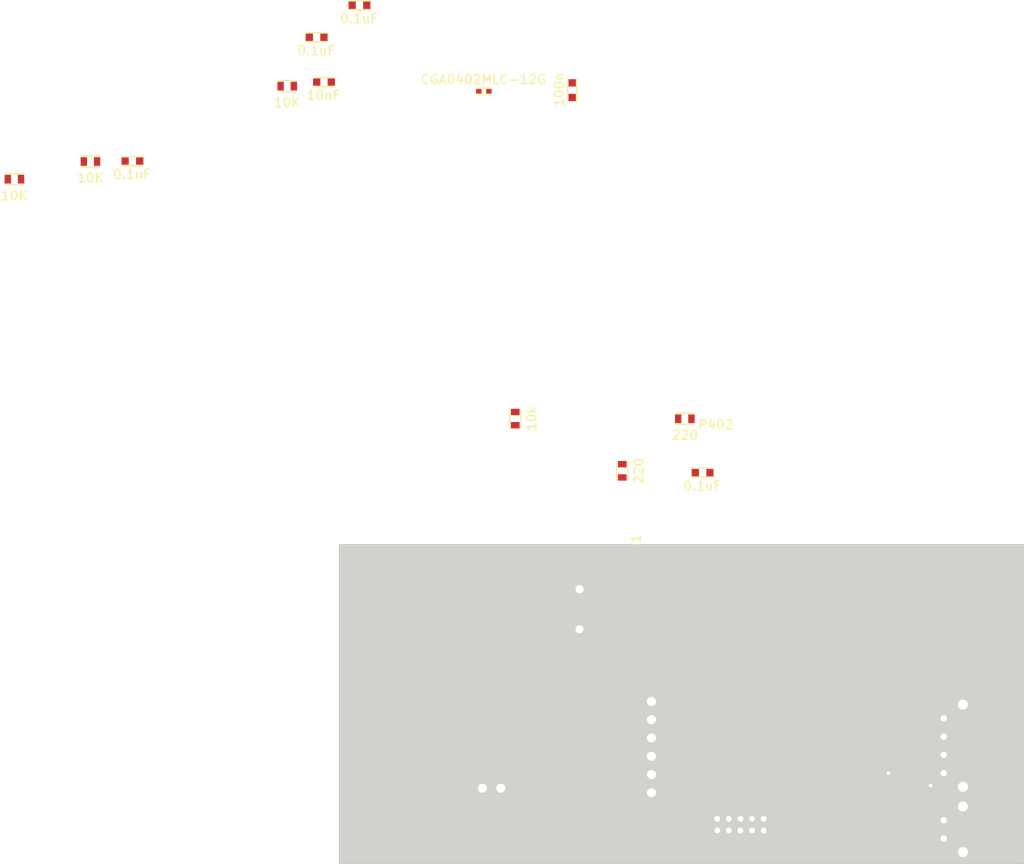
<source format=kicad_pcb>
(kicad_pcb (version 4) (host pcbnew 4.0.1-4.201602090852+6195~38~ubuntu14.04.1-stable)

  (general
    (links 132)
    (no_connects 104)
    (area 0 0 0 0)
    (thickness 1.6)
    (drawings 5)
    (tracks 36)
    (zones 0)
    (modules 34)
    (nets 38)
  )

  (page A4)
  (layers
    (0 F.Cu signal)
    (31 B.Cu signal)
    (32 B.Adhes user)
    (33 F.Adhes user)
    (34 B.Paste user)
    (35 F.Paste user)
    (36 B.SilkS user)
    (37 F.SilkS user)
    (38 B.Mask user)
    (39 F.Mask user)
    (40 Dwgs.User user)
    (41 Cmts.User user)
    (42 Eco1.User user)
    (43 Eco2.User user)
    (44 Edge.Cuts user)
    (45 Margin user)
    (46 B.CrtYd user)
    (47 F.CrtYd user)
    (48 B.Fab user)
    (49 F.Fab user)
  )

  (setup
    (last_trace_width 1)
    (user_trace_width 0.3)
    (user_trace_width 0.5)
    (user_trace_width 1)
    (user_trace_width 1.5)
    (user_trace_width 2)
    (trace_clearance 0.1)
    (zone_clearance 0.508)
    (zone_45_only no)
    (trace_min 0.2)
    (segment_width 0.2)
    (edge_width 0.15)
    (via_size 0.6)
    (via_drill 0.4)
    (via_min_size 0.4)
    (via_min_drill 0.3)
    (uvia_size 0.3)
    (uvia_drill 0.1)
    (uvias_allowed no)
    (uvia_min_size 0.2)
    (uvia_min_drill 0.1)
    (pcb_text_width 0.3)
    (pcb_text_size 1.5 1.5)
    (mod_edge_width 0.15)
    (mod_text_size 1 1)
    (mod_text_width 0.15)
    (pad_size 1.524 1.524)
    (pad_drill 0.762)
    (pad_to_mask_clearance 0.2)
    (aux_axis_origin 0 0)
    (grid_origin 150 100)
    (visible_elements 7FFFF7FF)
    (pcbplotparams
      (layerselection 0x00030_80000001)
      (usegerberextensions false)
      (excludeedgelayer true)
      (linewidth 0.100000)
      (plotframeref false)
      (viasonmask false)
      (mode 1)
      (useauxorigin false)
      (hpglpennumber 1)
      (hpglpenspeed 20)
      (hpglpendiameter 15)
      (hpglpenoverlay 2)
      (psnegative false)
      (psa4output false)
      (plotreference true)
      (plotvalue true)
      (plotinvisibletext false)
      (padsonsilk false)
      (subtractmaskfromsilk false)
      (outputformat 1)
      (mirror false)
      (drillshape 1)
      (scaleselection 1)
      (outputdirectory ""))
  )

  (net 0 "")
  (net 1 GND)
  (net 2 +BATT)
  (net 3 +3V3)
  (net 4 /barometer/BARO_MISO)
  (net 5 /barometer/BARO_MOSI)
  (net 6 /barometer/BARO_CS)
  (net 7 /microcontroller/BOOT0)
  (net 8 /Radio/MTX2_EN/PGM)
  (net 9 /Radio/MTX2_TXD)
  (net 10 /Radio/MTX2_P1)
  (net 11 /Radio/MTX2_P0)
  (net 12 /microcontroller/nRST)
  (net 13 /microcontroller/EXT_TX)
  (net 14 /microcontroller/EXT_RX)
  (net 15 /microcontroller/USB_D-)
  (net 16 /microcontroller/USB_D+)
  (net 17 /microcontroller/SWDIO)
  (net 18 /microcontroller/SWCLK)
  (net 19 /microcontroller/BARO_CLK)
  (net 20 "Net-(A301-Pad1)")
  (net 21 "Net-(C102-Pad2)")
  (net 22 "Net-(IC201-Pad16)")
  (net 23 "Net-(IC201-Pad24)")
  (net 24 "Net-(IC201-Pad23)")
  (net 25 "Net-(IC201-Pad20)")
  (net 26 "Net-(IC201-Pad25)")
  (net 27 "Net-(IC201-Pad26)")
  (net 28 "Net-(D401-Pad1)")
  (net 29 "Net-(R401-Pad2)")
  (net 30 "Net-(D401-Pad4)")
  (net 31 "Net-(R402-Pad2)")
  (net 32 "Net-(D401-Pad3)")
  (net 33 "Net-(R403-Pad2)")
  (net 34 /GPS/GPS_TO_MCU)
  (net 35 /GPS/GPS_FROM_MCU)
  (net 36 "Net-(IC1-Pad1)")
  (net 37 "Net-(IC1-Pad3)")

  (net_class Default "This is the default net class."
    (clearance 0.1)
    (trace_width 0.25)
    (via_dia 0.6)
    (via_drill 0.4)
    (uvia_dia 0.3)
    (uvia_drill 0.1)
    (add_net +3V3)
    (add_net +BATT)
    (add_net /GPS/GPS_FROM_MCU)
    (add_net /GPS/GPS_TO_MCU)
    (add_net /Radio/MTX2_EN/PGM)
    (add_net /Radio/MTX2_P0)
    (add_net /Radio/MTX2_P1)
    (add_net /Radio/MTX2_TXD)
    (add_net /barometer/BARO_CS)
    (add_net /barometer/BARO_MISO)
    (add_net /barometer/BARO_MOSI)
    (add_net /microcontroller/BARO_CLK)
    (add_net /microcontroller/BOOT0)
    (add_net /microcontroller/EXT_RX)
    (add_net /microcontroller/EXT_TX)
    (add_net /microcontroller/SWCLK)
    (add_net /microcontroller/SWDIO)
    (add_net /microcontroller/USB_D+)
    (add_net /microcontroller/USB_D-)
    (add_net /microcontroller/nRST)
    (add_net GND)
    (add_net "Net-(A301-Pad1)")
    (add_net "Net-(C102-Pad2)")
    (add_net "Net-(D401-Pad1)")
    (add_net "Net-(D401-Pad3)")
    (add_net "Net-(D401-Pad4)")
    (add_net "Net-(IC1-Pad1)")
    (add_net "Net-(IC1-Pad3)")
    (add_net "Net-(IC201-Pad16)")
    (add_net "Net-(IC201-Pad20)")
    (add_net "Net-(IC201-Pad23)")
    (add_net "Net-(IC201-Pad24)")
    (add_net "Net-(IC201-Pad25)")
    (add_net "Net-(IC201-Pad26)")
    (add_net "Net-(R401-Pad2)")
    (add_net "Net-(R402-Pad2)")
    (add_net "Net-(R403-Pad2)")
  )

  (module Woodchuck:MS5611-01BA (layer F.Cu) (tedit 53D87D68) (tstamp 56ACCF77)
    (at 198.2 131.8 90)
    (path /5657409E/565CC16E)
    (fp_text reference IC601 (at 0.95 -1.55 90) (layer F.SilkS)
      (effects (font (size 1 1) (thickness 0.15)))
    )
    (fp_text value MS5611-01BA03 (at 1.15 5.25 90) (layer F.SilkS) hide
      (effects (font (size 1 1) (thickness 0.15)))
    )
    (fp_circle (center -0.75 -0.5) (end -0.6 -0.5) (layer F.SilkS) (width 0.15))
    (fp_circle (center -0.75 -0.5) (end -0.7 -0.5) (layer F.SilkS) (width 0.15))
    (fp_line (start 0.75 -0.25) (end 1.5 -0.25) (layer F.SilkS) (width 0.15))
    (fp_line (start 2.5 0.75) (end 2.5 0.5) (layer F.SilkS) (width 0.15))
    (fp_line (start 2.5 2) (end 2.5 1.75) (layer F.SilkS) (width 0.15))
    (fp_line (start 2.5 3.25) (end 2.5 3) (layer F.SilkS) (width 0.15))
    (fp_line (start 0.75 4) (end 1.5 4) (layer F.SilkS) (width 0.15))
    (fp_line (start -0.25 3) (end -0.25 3.25) (layer F.SilkS) (width 0.15))
    (fp_line (start -0.25 1.75) (end -0.25 2) (layer F.SilkS) (width 0.15))
    (fp_line (start -0.25 0.5) (end -0.25 0.75) (layer F.SilkS) (width 0.15))
    (pad 1 smd rect (at 0 0 90) (size 1.5 0.6) (drill (offset -0.2 0)) (layers F.Cu F.Paste F.Mask)
      (net 3 +3V3))
    (pad 2 smd rect (at 0 1.25 90) (size 1.5 0.6) (drill (offset -0.2 0)) (layers F.Cu F.Paste F.Mask)
      (net 1 GND))
    (pad 3 smd rect (at 0 2.5 90) (size 1.5 0.6) (drill (offset -0.2 0)) (layers F.Cu F.Paste F.Mask)
      (net 1 GND))
    (pad 6 smd rect (at 2.2 2.5 90) (size 1.5 0.6) (drill (offset 0.2 0)) (layers F.Cu F.Paste F.Mask)
      (net 4 /barometer/BARO_MISO))
    (pad 7 smd rect (at 2.2 1.25 90) (size 1.5 0.6) (drill (offset 0.2 0)) (layers F.Cu F.Paste F.Mask)
      (net 5 /barometer/BARO_MOSI))
    (pad 8 smd rect (at 2.2 0 90) (size 1.5 0.6) (drill (offset 0.2 0)) (layers F.Cu F.Paste F.Mask)
      (net 19 /microcontroller/BARO_CLK))
    (pad 4 smd rect (at 0 3.75 90) (size 1.5 0.6) (drill (offset -0.2 0)) (layers F.Cu F.Paste F.Mask)
      (net 6 /barometer/BARO_CS))
    (pad 5 smd rect (at 2.2 3.75 90) (size 1.5 0.6) (drill (offset 0.2 0)) (layers F.Cu F.Paste F.Mask)
      (net 6 /barometer/BARO_CS))
  )

  (module Woodchuck:SMA-142-0701-801 (layer F.Cu) (tedit 0) (tstamp 56ACCED1)
    (at 168 131.65)
    (path /5657408B/565CF9AA)
    (fp_text reference A301 (at 0 -4.064) (layer F.SilkS) hide
      (effects (font (size 1 1) (thickness 0.15)))
    )
    (fp_text value SMA (at -3.556 3.81) (layer F.SilkS) hide
      (effects (font (size 1 1) (thickness 0.15)))
    )
    (fp_line (start -5.588 -2.667) (end 5.588 -2.667) (layer F.SilkS) (width 0.15))
    (pad 1 smd rect (at 0 0) (size 2.286 5.08) (layers F.Cu F.Mask)
      (net 20 "Net-(A301-Pad1)"))
    (pad 2 smd rect (at -4.3815 0) (size 2.413 5.08) (layers F.Cu F.Mask)
      (net 1 GND))
    (pad 3 smd rect (at 4.3815 0) (size 2.413 5.08) (layers F.Cu F.Mask)
      (net 1 GND))
    (pad 4 smd rect (at -4.3815 0) (size 2.413 5.08) (layers B.Cu B.Mask)
      (net 1 GND))
    (pad 5 smd rect (at 4.3815 0) (size 2.413 5.08) (layers B.Cu B.Mask)
      (net 1 GND))
  )

  (module Woodchuck:C0603 (layer F.Cu) (tedit 53D8DBFD) (tstamp 56ACCED9)
    (at 213.85 130 270)
    (path /565E43E2)
    (fp_text reference C101 (at 0.7 -1.35 270) (layer F.SilkS) hide
      (effects (font (size 1 1) (thickness 0.15)))
    )
    (fp_text value 2u2 (at 0.75 1.45 270) (layer F.SilkS)
      (effects (font (size 1 1) (thickness 0.15)))
    )
    (fp_line (start -0.4 0.5) (end 2 0.5) (layer F.SilkS) (width 0.15))
    (fp_line (start -0.4 -0.5) (end 2 -0.5) (layer F.SilkS) (width 0.15))
    (pad 1 smd rect (at 0 0 270) (size 0.8 0.8) (layers F.Cu F.Paste F.Mask)
      (net 1 GND))
    (pad 2 smd rect (at 1.6 0 270) (size 0.8 0.8) (layers F.Cu F.Paste F.Mask)
      (net 2 +BATT))
  )

  (module Woodchuck:C0603 (layer F.Cu) (tedit 53D8DBFD) (tstamp 56ACCEE1)
    (at 211.85 133.85 90)
    (path /565E4A3A)
    (fp_text reference C102 (at 0.7 -1.35 90) (layer F.SilkS) hide
      (effects (font (size 1 1) (thickness 0.15)))
    )
    (fp_text value 1n (at 0.75 1.45 90) (layer F.SilkS)
      (effects (font (size 1 1) (thickness 0.15)))
    )
    (fp_line (start -0.4 0.5) (end 2 0.5) (layer F.SilkS) (width 0.15))
    (fp_line (start -0.4 -0.5) (end 2 -0.5) (layer F.SilkS) (width 0.15))
    (pad 1 smd rect (at 0 0 90) (size 0.8 0.8) (layers F.Cu F.Paste F.Mask)
      (net 3 +3V3))
    (pad 2 smd rect (at 1.6 0 90) (size 0.8 0.8) (layers F.Cu F.Paste F.Mask)
      (net 21 "Net-(C102-Pad2)"))
  )

  (module Woodchuck:C0603 (layer F.Cu) (tedit 53D8DBFD) (tstamp 56ACCEE9)
    (at 204.5 131.3 270)
    (path /565E50FD)
    (fp_text reference C103 (at 0.7 -1.35 270) (layer F.SilkS) hide
      (effects (font (size 1 1) (thickness 0.15)))
    )
    (fp_text value 2u2 (at 0.75 1.45 270) (layer F.SilkS)
      (effects (font (size 1 1) (thickness 0.15)))
    )
    (fp_line (start -0.4 0.5) (end 2 0.5) (layer F.SilkS) (width 0.15))
    (fp_line (start -0.4 -0.5) (end 2 -0.5) (layer F.SilkS) (width 0.15))
    (pad 1 smd rect (at 0 0 270) (size 0.8 0.8) (layers F.Cu F.Paste F.Mask)
      (net 3 +3V3))
    (pad 2 smd rect (at 1.6 0 270) (size 0.8 0.8) (layers F.Cu F.Paste F.Mask)
      (net 1 GND))
  )

  (module Woodchuck:C0603 (layer F.Cu) (tedit 53D8DBFD) (tstamp 56ACCEF1)
    (at 208.9 104.45 270)
    (path /56574088/56ACB00C)
    (fp_text reference C201 (at 0.7 -1.35 270) (layer F.SilkS) hide
      (effects (font (size 1 1) (thickness 0.15)))
    )
    (fp_text value 100n (at 0.75 1.45 270) (layer F.SilkS)
      (effects (font (size 1 1) (thickness 0.15)))
    )
    (fp_line (start -0.4 0.5) (end 2 0.5) (layer F.SilkS) (width 0.15))
    (fp_line (start -0.4 -0.5) (end 2 -0.5) (layer F.SilkS) (width 0.15))
    (pad 1 smd rect (at 0 0 270) (size 0.8 0.8) (layers F.Cu F.Paste F.Mask)
      (net 1 GND))
    (pad 2 smd rect (at 1.6 0 270) (size 0.8 0.8) (layers F.Cu F.Paste F.Mask)
      (net 3 +3V3))
  )

  (module Woodchuck:C0603 (layer F.Cu) (tedit 53D8DBFD) (tstamp 56ACCEF9)
    (at 175.525 49.473572 270)
    (path /5657408B/565D1347)
    (fp_text reference C301 (at 0.7 -1.35 270) (layer F.SilkS) hide
      (effects (font (size 1 1) (thickness 0.15)))
    )
    (fp_text value 100n (at 0.75 1.45 270) (layer F.SilkS)
      (effects (font (size 1 1) (thickness 0.15)))
    )
    (fp_line (start -0.4 0.5) (end 2 0.5) (layer F.SilkS) (width 0.15))
    (fp_line (start -0.4 -0.5) (end 2 -0.5) (layer F.SilkS) (width 0.15))
    (pad 1 smd rect (at 0 0 270) (size 0.8 0.8) (layers F.Cu F.Paste F.Mask)
      (net 3 +3V3))
    (pad 2 smd rect (at 1.6 0 270) (size 0.8 0.8) (layers F.Cu F.Paste F.Mask)
      (net 1 GND))
  )

  (module Woodchuck:C0603 (layer F.Cu) (tedit 53D8DBFD) (tstamp 56ACCF01)
    (at 147.543571 49.385)
    (path /56574098/565B339D)
    (fp_text reference C401 (at 0.7 -1.35) (layer F.SilkS) hide
      (effects (font (size 1 1) (thickness 0.15)))
    )
    (fp_text value 10nF (at 0.75 1.45) (layer F.SilkS)
      (effects (font (size 1 1) (thickness 0.15)))
    )
    (fp_line (start -0.4 0.5) (end 2 0.5) (layer F.SilkS) (width 0.15))
    (fp_line (start -0.4 -0.5) (end 2 -0.5) (layer F.SilkS) (width 0.15))
    (pad 1 smd rect (at 0 0) (size 0.8 0.8) (layers F.Cu F.Paste F.Mask)
      (net 3 +3V3))
    (pad 2 smd rect (at 1.6 0) (size 0.8 0.8) (layers F.Cu F.Paste F.Mask)
      (net 1 GND))
  )

  (module Woodchuck:C0603 (layer F.Cu) (tedit 53D8DBFD) (tstamp 56ACCF09)
    (at 151.426428 40.975)
    (path /56574098/565B2D3B)
    (fp_text reference C402 (at 0.7 -1.35) (layer F.SilkS) hide
      (effects (font (size 1 1) (thickness 0.15)))
    )
    (fp_text value 0.1uF (at 0.75 1.45) (layer F.SilkS)
      (effects (font (size 1 1) (thickness 0.15)))
    )
    (fp_line (start -0.4 0.5) (end 2 0.5) (layer F.SilkS) (width 0.15))
    (fp_line (start -0.4 -0.5) (end 2 -0.5) (layer F.SilkS) (width 0.15))
    (pad 1 smd rect (at 0 0) (size 0.8 0.8) (layers F.Cu F.Paste F.Mask)
      (net 3 +3V3))
    (pad 2 smd rect (at 1.6 0) (size 0.8 0.8) (layers F.Cu F.Paste F.Mask)
      (net 1 GND))
  )

  (module Woodchuck:C0603 (layer F.Cu) (tedit 53D8DBFD) (tstamp 56ACCF11)
    (at 189 92.15)
    (path /56574098/565B2484)
    (fp_text reference C403 (at 0.7 -1.35) (layer F.SilkS) hide
      (effects (font (size 1 1) (thickness 0.15)))
    )
    (fp_text value 0.1uF (at 0.75 1.45) (layer F.SilkS)
      (effects (font (size 1 1) (thickness 0.15)))
    )
    (fp_line (start -0.4 0.5) (end 2 0.5) (layer F.SilkS) (width 0.15))
    (fp_line (start -0.4 -0.5) (end 2 -0.5) (layer F.SilkS) (width 0.15))
    (pad 1 smd rect (at 0 0) (size 0.8 0.8) (layers F.Cu F.Paste F.Mask)
      (net 3 +3V3))
    (pad 2 smd rect (at 1.6 0) (size 0.8 0.8) (layers F.Cu F.Paste F.Mask)
      (net 1 GND))
  )

  (module Woodchuck:C0603 (layer F.Cu) (tedit 53D8DBFD) (tstamp 56ACCF19)
    (at 146.736428 44.485)
    (path /56574098/565B3429)
    (fp_text reference C404 (at 0.7 -1.35) (layer F.SilkS) hide
      (effects (font (size 1 1) (thickness 0.15)))
    )
    (fp_text value 0.1uF (at 0.75 1.45) (layer F.SilkS)
      (effects (font (size 1 1) (thickness 0.15)))
    )
    (fp_line (start -0.4 0.5) (end 2 0.5) (layer F.SilkS) (width 0.15))
    (fp_line (start -0.4 -0.5) (end 2 -0.5) (layer F.SilkS) (width 0.15))
    (pad 1 smd rect (at 0 0) (size 0.8 0.8) (layers F.Cu F.Paste F.Mask)
      (net 3 +3V3))
    (pad 2 smd rect (at 1.6 0) (size 0.8 0.8) (layers F.Cu F.Paste F.Mask)
      (net 1 GND))
  )

  (module Woodchuck:C0603 (layer F.Cu) (tedit 53D8DBFD) (tstamp 56ACCF21)
    (at 192.95 118.25 90)
    (path /5657409E/565D7512)
    (fp_text reference C601 (at 0.7 -1.35 90) (layer F.SilkS) hide
      (effects (font (size 1 1) (thickness 0.15)))
    )
    (fp_text value 100n (at 0.75 1.45 90) (layer F.SilkS)
      (effects (font (size 1 1) (thickness 0.15)))
    )
    (fp_line (start -0.4 0.5) (end 2 0.5) (layer F.SilkS) (width 0.15))
    (fp_line (start -0.4 -0.5) (end 2 -0.5) (layer F.SilkS) (width 0.15))
    (pad 1 smd rect (at 0 0 90) (size 0.8 0.8) (layers F.Cu F.Paste F.Mask)
      (net 3 +3V3))
    (pad 2 smd rect (at 1.6 0 90) (size 0.8 0.8) (layers F.Cu F.Paste F.Mask)
      (net 1 GND))
  )

  (module Woodchuck:R0402 (layer F.Cu) (tedit 53CDA370) (tstamp 56ACCF29)
    (at 166.395952 50.395 180)
    (path /5657408B/565D14D2)
    (fp_text reference D301 (at 0.4 -1.25 180) (layer F.SilkS) hide
      (effects (font (size 1 1) (thickness 0.15)))
    )
    (fp_text value CGA0402MLC-12G (at 0.6 1.3 180) (layer F.SilkS)
      (effects (font (size 1 1) (thickness 0.15)))
    )
    (fp_line (start -0.3 0.35) (end 1.4 0.35) (layer F.SilkS) (width 0.15))
    (fp_line (start -0.3 -0.35) (end 1.4 -0.35) (layer F.SilkS) (width 0.15))
    (pad 1 smd rect (at 0 0 180) (size 0.6 0.5) (layers F.Cu F.Paste F.Mask)
      (net 20 "Net-(A301-Pad1)"))
    (pad 2 smd rect (at 1.1 0 180) (size 0.6 0.5) (layers F.Cu F.Paste F.Mask)
      (net 1 GND))
  )

  (module Woodchuck:UBLOX_CAM_M8Q (layer F.Cu) (tedit 56AF9357) (tstamp 56ACCF61)
    (at 198.25 113.8 90)
    (path /56574088/565D0659)
    (fp_text reference IC201 (at 12.75 -15.75 90) (layer F.SilkS)
      (effects (font (size 1 1) (thickness 0.15)))
    )
    (fp_text value u-blox_CAM-M8Q (at 5.5 11.25 90) (layer F.Fab)
      (effects (font (size 1 1) (thickness 0.15)))
    )
    (fp_line (start 8.4 8) (end 13.2 8) (layer F.SilkS) (width 0.15))
    (fp_line (start 8.4 0.8) (end 13.2 0.8) (layer F.SilkS) (width 0.15))
    (fp_text user Keepout (at 11 4.5 180) (layer F.SilkS)
      (effects (font (size 1 1) (thickness 0.15)))
    )
    (fp_line (start 8.4 0.8) (end 8.4 8) (layer F.SilkS) (width 0.15))
    (fp_line (start -0.8 -0.4) (end -0.8 9.2) (layer F.SilkS) (width 0.15))
    (fp_line (start -0.8 9.2) (end 13.2 9.2) (layer F.SilkS) (width 0.15))
    (fp_line (start 13.2 -0.4) (end 13.2 9.2) (layer F.SilkS) (width 0.15))
    (fp_line (start -0.8 -0.4) (end 13.2 -0.4) (layer F.SilkS) (width 0.15))
    (pad 16 smd rect (at 10 0 90) (size 0.7 1.5) (layers F.Cu F.Paste F.Mask)
      (net 22 "Net-(IC201-Pad16)"))
    (pad 17 smd rect (at 9 0 90) (size 0.7 1.5) (layers F.Cu F.Paste F.Mask)
      (net 22 "Net-(IC201-Pad16)"))
    (pad 22 smd rect (at 4 0 90) (size 0.7 1.5) (layers F.Cu F.Paste F.Mask)
      (net 1 GND))
    (pad 24 smd rect (at 2 0 90) (size 0.7 1.5) (layers F.Cu F.Paste F.Mask)
      (net 23 "Net-(IC201-Pad24)"))
    (pad 23 smd rect (at 3 0 90) (size 0.7 1.5) (layers F.Cu F.Paste F.Mask)
      (net 24 "Net-(IC201-Pad23)"))
    (pad 21 smd rect (at 5 0 90) (size 0.7 1.5) (layers F.Cu F.Paste F.Mask)
      (net 1 GND))
    (pad 20 smd rect (at 6 0 90) (size 0.7 1.5) (layers F.Cu F.Paste F.Mask)
      (net 25 "Net-(IC201-Pad20)"))
    (pad 19 smd rect (at 7 0 90) (size 0.7 1.5) (layers F.Cu F.Paste F.Mask)
      (net 1 GND))
    (pad 18 smd rect (at 8 0 90) (size 0.7 1.5) (layers F.Cu F.Paste F.Mask)
      (net 1 GND))
    (pad 15 smd rect (at 11 0 90) (size 0.7 1.5) (layers F.Cu F.Paste F.Mask)
      (net 1 GND))
    (pad 14 smd rect (at 12.15 0 90) (size 1 1.5) (layers F.Cu F.Paste F.Mask)
      (net 1 GND))
    (pad 25 smd rect (at 1 0 90) (size 0.7 1.5) (layers F.Cu F.Paste F.Mask)
      (net 26 "Net-(IC201-Pad25)"))
    (pad 26 smd rect (at 0 0 90) (size 0.7 1.5) (layers F.Cu F.Paste F.Mask)
      (net 27 "Net-(IC201-Pad26)"))
    (pad 26 smd rect (at 0 0 90) (size 0.7 1.5) (layers F.Cu F.Paste F.Mask)
      (net 27 "Net-(IC201-Pad26)"))
    (pad 25 smd rect (at 1 0 90) (size 0.7 1.5) (layers F.Cu F.Paste F.Mask)
      (net 26 "Net-(IC201-Pad25)"))
    (pad 14 smd rect (at 12.15 0 90) (size 1 1.5) (layers F.Cu F.Paste F.Mask)
      (net 1 GND))
    (pad 15 smd rect (at 11 0 90) (size 0.7 1.5) (layers F.Cu F.Paste F.Mask)
      (net 1 GND))
    (pad 18 smd rect (at 8 0 90) (size 0.7 1.5) (layers F.Cu F.Paste F.Mask)
      (net 1 GND))
    (pad 19 smd rect (at 7 0 90) (size 0.7 1.5) (layers F.Cu F.Paste F.Mask)
      (net 1 GND))
    (pad 20 smd rect (at 6 0 90) (size 0.7 1.5) (layers F.Cu F.Paste F.Mask)
      (net 25 "Net-(IC201-Pad20)"))
    (pad 21 smd rect (at 5 0 90) (size 0.7 1.5) (layers F.Cu F.Paste F.Mask)
      (net 1 GND))
    (pad 23 smd rect (at 3 0 90) (size 0.7 1.5) (layers F.Cu F.Paste F.Mask)
      (net 24 "Net-(IC201-Pad23)"))
    (pad 24 smd rect (at 2 0 90) (size 0.7 1.5) (layers F.Cu F.Paste F.Mask)
      (net 23 "Net-(IC201-Pad24)"))
    (pad 22 smd rect (at 4 0 90) (size 0.7 1.5) (layers F.Cu F.Paste F.Mask)
      (net 1 GND))
    (pad 17 smd rect (at 9 0 90) (size 0.7 1.5) (layers F.Cu F.Paste F.Mask)
      (net 22 "Net-(IC201-Pad16)"))
    (pad 16 smd rect (at 10 0 90) (size 0.7 1.5) (layers F.Cu F.Paste F.Mask)
      (net 22 "Net-(IC201-Pad16)"))
    (pad 29 smd rect (at -0.4 4.4 90) (size 1.5 0.7) (layers F.Cu F.Paste F.Mask))
    (pad 30 smd rect (at -0.4 5.4 90) (size 1.5 0.7) (layers F.Cu F.Paste F.Mask))
    (pad 31 smd rect (at -0.4 6.4 90) (size 1.5 0.7) (layers F.Cu F.Paste F.Mask)
      (net 1 GND))
    (pad 28 smd rect (at -0.4 3.4 90) (size 1.5 0.7) (layers F.Cu F.Paste F.Mask))
    (pad 27 smd rect (at -0.4 2.4 90) (size 1.5 0.7) (layers F.Cu F.Paste F.Mask)
      (net 1 GND))
    (pad 1 smd rect (at 0 8.8 90) (size 0.7 1.5) (layers F.Cu F.Paste F.Mask)
      (net 3 +3V3))
    (pad 2 smd rect (at 1 8.8 90) (size 0.7 1.5) (layers F.Cu F.Paste F.Mask))
    (pad 3 smd rect (at 2 8.8 90) (size 0.7 1.5) (layers F.Cu F.Paste F.Mask))
    (pad 4 smd rect (at 3 8.8 90) (size 0.7 1.5) (layers F.Cu F.Paste F.Mask)
      (net 1 GND))
    (pad 5 smd rect (at 4 8.8 90) (size 0.7 1.5) (layers F.Cu F.Paste F.Mask)
      (net 1 GND))
    (pad 6 smd rect (at 5 8.8 90) (size 0.7 1.5) (layers F.Cu F.Paste F.Mask))
    (pad 7 smd rect (at 6 8.8 90) (size 0.7 1.5) (layers F.Cu F.Paste F.Mask))
    (pad 8 smd rect (at 7 8.8 90) (size 0.7 1.5) (layers F.Cu F.Paste F.Mask)
      (net 3 +3V3))
    (pad 9 smd rect (at 8 8.8 90) (size 0.7 1.5) (layers F.Cu F.Paste F.Mask)
      (net 3 +3V3))
    (pad 10 smd rect (at 9 8.8 90) (size 0.7 1.5) (layers F.Cu F.Paste F.Mask)
      (net 1 GND))
    (pad 11 smd rect (at 10 8.8 90) (size 0.7 1.5) (layers F.Cu F.Paste F.Mask)
      (net 1 GND))
    (pad 12 smd rect (at 11 8.8 90) (size 0.7 1.5) (layers F.Cu F.Paste F.Mask)
      (net 1 GND))
    (pad 13 smd rect (at 12.15 8.8 90) (size 1 1.5) (layers F.Cu F.Paste F.Mask)
      (net 1 GND))
  )

  (module Woodchuck:S04B-PASK-2 (layer F.Cu) (tedit 56C23D13) (tstamp 56ACCF87)
    (at 216.2 119.05 270)
    (path /56574098/565B5A63)
    (fp_text reference J401 (at 2.93 4.57 270) (layer F.SilkS)
      (effects (font (size 1 1) (thickness 0.15)))
    )
    (fp_text value JSTA-4 (at 1.85 -7.35 270) (layer F.SilkS) hide
      (effects (font (size 1 1) (thickness 0.15)))
    )
    (fp_line (start 8 -8.2) (end -2 -8.2) (layer F.SilkS) (width 0.2))
    (fp_line (start 8 -3) (end 8 -8.2) (layer F.SilkS) (width 0.2))
    (fp_line (start 8 3.5) (end 8 -1.2) (layer F.SilkS) (width 0.2))
    (fp_line (start -2 3.5) (end 8 3.5) (layer F.SilkS) (width 0.2))
    (fp_line (start -2 -1.2) (end -2 3.5) (layer F.SilkS) (width 0.2))
    (fp_line (start -2 -8.2) (end -2 -3) (layer F.SilkS) (width 0.2))
    (pad 1 thru_hole circle (at 0 0 270) (size 1.5 1.5) (drill 0.7) (layers *.Cu *.Mask F.SilkS)
      (net 3 +3V3))
    (pad 2 thru_hole circle (at 2 0 270) (size 1.5 1.5) (drill 0.7) (layers *.Cu *.Mask F.SilkS)
      (net 13 /microcontroller/EXT_TX))
    (pad 3 thru_hole circle (at 4 0 270) (size 1.5 1.5) (drill 0.7) (layers *.Cu *.Mask F.SilkS)
      (net 14 /microcontroller/EXT_RX))
    (pad 4 thru_hole circle (at 6 0 270) (size 1.5 1.5) (drill 0.7) (layers *.Cu *.Mask F.SilkS)
      (net 1 GND))
    (pad "" np_thru_hole circle (at -1.5 -2.1 270) (size 1.1 1.1) (drill 1.1) (layers *.Cu *.Mask F.SilkS))
    (pad "" np_thru_hole circle (at 7.5 -2.1 270) (size 1.1 1.1) (drill 1.1) (layers *.Cu *.Mask F.SilkS))
  )

  (module Woodchuck:FTSH-105-01-F-D-K (layer F.Cu) (tedit 53CD9DFB) (tstamp 56ACCFA3)
    (at 191.4 130.05)
    (path /56574098/565B3F04)
    (fp_text reference P401 (at 2.5 -2.9) (layer F.SilkS) hide
      (effects (font (size 1 1) (thickness 0.15)))
    )
    (fp_text value SWD (at 2.54 3.81) (layer F.SilkS)
      (effects (font (size 1 1) (thickness 0.15)))
    )
    (fp_line (start 5.08 2.3495) (end 5.08 3.175) (layer F.SilkS) (width 0.15))
    (fp_line (start 5.08 3.175) (end 3.6195 3.175) (layer F.SilkS) (width 0.15))
    (fp_line (start 3.6195 3.175) (end 3.6195 2.3495) (layer F.SilkS) (width 0.15))
    (fp_line (start 0 2.3495) (end 0 3.175) (layer F.SilkS) (width 0.15))
    (fp_line (start 0 3.175) (end 1.4605 3.175) (layer F.SilkS) (width 0.15))
    (fp_line (start 1.4605 3.175) (end 1.4605 2.3495) (layer F.SilkS) (width 0.15))
    (fp_line (start 0 -1.0795) (end 0 -1.905) (layer F.SilkS) (width 0.15))
    (fp_line (start 0 -1.905) (end 5.08 -1.905) (layer F.SilkS) (width 0.15))
    (fp_line (start 5.08 -1.905) (end 5.08 -1.0795) (layer F.SilkS) (width 0.15))
    (fp_line (start 2.54 -1.0795) (end 5.715 -1.0795) (layer F.SilkS) (width 0.15))
    (fp_line (start 5.715 -1.0795) (end 5.715 2.3495) (layer F.SilkS) (width 0.15))
    (fp_line (start 5.715 2.3495) (end -0.635 2.3495) (layer F.SilkS) (width 0.15))
    (fp_line (start -0.635 2.3495) (end -0.635 -1.0795) (layer F.SilkS) (width 0.15))
    (fp_line (start -0.635 -1.0795) (end 2.54 -1.0795) (layer F.SilkS) (width 0.15))
    (pad 1 thru_hole circle (at 0 1.27) (size 1.016 1.016) (drill 0.635) (layers *.Cu *.Mask F.SilkS)
      (net 3 +3V3))
    (pad 2 thru_hole circle (at 0 0) (size 1.016 1.016) (drill 0.635) (layers *.Cu *.Mask F.SilkS)
      (net 17 /microcontroller/SWDIO))
    (pad 3 thru_hole circle (at 1.27 1.27) (size 1.016 1.016) (drill 0.635) (layers *.Cu *.Mask F.SilkS)
      (net 1 GND))
    (pad 4 thru_hole circle (at 1.27 0) (size 1.016 1.016) (drill 0.635) (layers *.Cu *.Mask F.SilkS)
      (net 18 /microcontroller/SWCLK))
    (pad 5 thru_hole circle (at 2.54 1.27) (size 1.016 1.016) (drill 0.635) (layers *.Cu *.Mask F.SilkS)
      (net 1 GND))
    (pad 6 thru_hole circle (at 2.54 0) (size 1.016 1.016) (drill 0.635) (layers *.Cu *.Mask F.SilkS))
    (pad 7 thru_hole circle (at 3.81 1.27) (size 1.016 1.016) (drill 0.635) (layers *.Cu *.Mask F.SilkS))
    (pad 8 thru_hole circle (at 3.81 0) (size 1.016 1.016) (drill 0.635) (layers *.Cu *.Mask F.SilkS))
    (pad 9 thru_hole circle (at 5.08 1.27) (size 1.016 1.016) (drill 0.635) (layers *.Cu *.Mask F.SilkS)
      (net 1 GND))
    (pad 10 thru_hole circle (at 5.08 0) (size 1.016 1.016) (drill 0.635) (layers *.Cu *.Mask F.SilkS)
      (net 12 /microcontroller/nRST))
  )

  (module Woodchuck:MOLEX_67503_1020_MINI_USB (layer F.Cu) (tedit 56AF935C) (tstamp 56ACCFBE)
    (at 178.65 105.5)
    (path /56574098/569D56C3)
    (fp_text reference P402 (at 12.6 -18.6) (layer F.SilkS)
      (effects (font (size 1 1) (thickness 0.15)))
    )
    (fp_text value USB_OTG (at -4 -6.5) (layer F.Fab)
      (effects (font (size 1 1) (thickness 0.15)))
    )
    (fp_line (start -6.225 -4.6) (end 2.025 -4.6) (layer F.CrtYd) (width 0.05))
    (fp_line (start 2.025 -4.6) (end 2.025 7.8) (layer F.CrtYd) (width 0.05))
    (fp_line (start 2.025 7.8) (end -6.225 7.8) (layer F.CrtYd) (width 0.05))
    (fp_line (start -6.225 7.8) (end -6.225 -4.6) (layer F.CrtYd) (width 0.05))
    (fp_line (start 0.775 -2.3) (end -6.225 -2.3) (layer F.SilkS) (width 0.15))
    (fp_line (start -6.225 -2.3) (end -6.225 5.5) (layer F.SilkS) (width 0.15))
    (fp_line (start -6.225 5.5) (end 0.775 5.5) (layer F.SilkS) (width 0.15))
    (fp_line (start 0.775 5.5) (end 0.775 -2.3) (layer F.SilkS) (width 0.15))
    (fp_line (start -6.225 -1.5) (end -6.225 4.7) (layer F.SilkS) (width 0.15))
    (fp_line (start -6.225 4.7) (end -5.025 4.7) (layer F.SilkS) (width 0.15))
    (fp_line (start -5.025 4.7) (end -5.025 -1.5) (layer F.SilkS) (width 0.15))
    (fp_line (start -5.025 -1.5) (end -6.225 -1.5) (layer F.SilkS) (width 0.15))
    (pad 1 smd rect (at 0 0) (size 2.25 0.5) (layers F.Cu F.Paste F.Mask))
    (pad 2 smd rect (at 0 0.8) (size 2.25 0.5) (layers F.Cu F.Paste F.Mask)
      (net 15 /microcontroller/USB_D-))
    (pad 3 smd rect (at 0 1.6) (size 2.25 0.5) (layers F.Cu F.Paste F.Mask)
      (net 16 /microcontroller/USB_D+))
    (pad 4 smd rect (at 0 2.4) (size 2.25 0.5) (layers F.Cu F.Paste F.Mask))
    (pad 5 smd rect (at 0 3.2) (size 2.25 0.5) (layers F.Cu F.Paste F.Mask)
      (net 1 GND))
    (pad 6 smd rect (at -4.225 -3.325) (size 4 2.05) (layers F.Cu F.Paste F.Mask)
      (net 1 GND))
    (pad 6 smd rect (at 0.025 -3.325) (size 3.5 2.05) (layers F.Cu F.Paste F.Mask)
      (net 1 GND))
    (pad 6 smd rect (at -4.225 6.525) (size 4 2.05) (layers F.Cu F.Paste F.Mask)
      (net 1 GND))
    (pad 6 smd rect (at 0.025 6.525) (size 3.5 2.05) (layers F.Cu F.Paste F.Mask)
      (net 1 GND))
    (pad "" np_thru_hole circle (at -2.325 -0.6) (size 0.9 0.9) (drill 0.9) (layers *.Cu *.Mask F.SilkS))
    (pad "" np_thru_hole circle (at -2.325 3.8) (size 0.9 0.9) (drill 0.9) (layers *.Cu *.Mask F.SilkS))
  )

  (module Woodchuck:0603 (layer F.Cu) (tedit 0) (tstamp 56ACCFC6)
    (at 206.6 122.55 180)
    (path /56574098/569D2BC0)
    (fp_text reference R401 (at 0 -1.4 180) (layer F.SilkS) hide
      (effects (font (size 1 1) (thickness 0.15)))
    )
    (fp_text value 510 (at 0 1.8 180) (layer F.SilkS)
      (effects (font (size 1 1) (thickness 0.15)))
    )
    (fp_line (start -1 0.6) (end 1 0.6) (layer F.SilkS) (width 0.15))
    (fp_line (start -1 -0.6) (end 1 -0.6) (layer F.SilkS) (width 0.15))
    (pad 1 smd rect (at -0.725 0 180) (size 0.7 0.95) (layers F.Cu F.Paste F.Mask)
      (net 32 "Net-(D401-Pad3)"))
    (pad 2 smd rect (at 0.725 0 180) (size 0.7 0.95) (layers F.Cu F.Paste F.Mask)
      (net 29 "Net-(R401-Pad2)"))
  )

  (module Woodchuck:0603 (layer F.Cu) (tedit 0) (tstamp 56ACCFCE)
    (at 206.65 120.95 180)
    (path /56574098/569D2C37)
    (fp_text reference R402 (at 0 -1.4 180) (layer F.SilkS) hide
      (effects (font (size 1 1) (thickness 0.15)))
    )
    (fp_text value 510 (at 0 1.8 180) (layer F.SilkS)
      (effects (font (size 1 1) (thickness 0.15)))
    )
    (fp_line (start -1 0.6) (end 1 0.6) (layer F.SilkS) (width 0.15))
    (fp_line (start -1 -0.6) (end 1 -0.6) (layer F.SilkS) (width 0.15))
    (pad 1 smd rect (at -0.725 0 180) (size 0.7 0.95) (layers F.Cu F.Paste F.Mask)
      (net 30 "Net-(D401-Pad4)"))
    (pad 2 smd rect (at 0.725 0 180) (size 0.7 0.95) (layers F.Cu F.Paste F.Mask)
      (net 31 "Net-(R402-Pad2)"))
  )

  (module Woodchuck:0603 (layer F.Cu) (tedit 0) (tstamp 56ACCFD6)
    (at 206.65 119.45 180)
    (path /56574098/569D2C6E)
    (fp_text reference R403 (at 0 -1.4 180) (layer F.SilkS) hide
      (effects (font (size 1 1) (thickness 0.15)))
    )
    (fp_text value 510 (at 0 1.8 180) (layer F.SilkS)
      (effects (font (size 1 1) (thickness 0.15)))
    )
    (fp_line (start -1 0.6) (end 1 0.6) (layer F.SilkS) (width 0.15))
    (fp_line (start -1 -0.6) (end 1 -0.6) (layer F.SilkS) (width 0.15))
    (pad 1 smd rect (at -0.725 0 180) (size 0.7 0.95) (layers F.Cu F.Paste F.Mask)
      (net 28 "Net-(D401-Pad1)"))
    (pad 2 smd rect (at 0.725 0 180) (size 0.7 0.95) (layers F.Cu F.Paste F.Mask)
      (net 33 "Net-(R403-Pad2)"))
  )

  (module Woodchuck:0603 (layer F.Cu) (tedit 0) (tstamp 56ACCFDE)
    (at 122.773571 58.085)
    (path /56574098/565BA71B)
    (fp_text reference R404 (at 0 -1.4) (layer F.SilkS) hide
      (effects (font (size 1 1) (thickness 0.15)))
    )
    (fp_text value 10K (at 0 1.8) (layer F.SilkS)
      (effects (font (size 1 1) (thickness 0.15)))
    )
    (fp_line (start -1 0.6) (end 1 0.6) (layer F.SilkS) (width 0.15))
    (fp_line (start -1 -0.6) (end 1 -0.6) (layer F.SilkS) (width 0.15))
    (pad 1 smd rect (at -0.725 0) (size 0.7 0.95) (layers F.Cu F.Paste F.Mask)
      (net 7 /microcontroller/BOOT0))
    (pad 2 smd rect (at 0.725 0) (size 0.7 0.95) (layers F.Cu F.Paste F.Mask)
      (net 1 GND))
  )

  (module Woodchuck:0603 (layer F.Cu) (tedit 0) (tstamp 56ACCFE6)
    (at 169.285 86.233572 90)
    (path /5657409E/565D7136)
    (fp_text reference R601 (at 0 -1.4 90) (layer F.SilkS) hide
      (effects (font (size 1 1) (thickness 0.15)))
    )
    (fp_text value 10k (at 0 1.8 90) (layer F.SilkS)
      (effects (font (size 1 1) (thickness 0.15)))
    )
    (fp_line (start -1 0.6) (end 1 0.6) (layer F.SilkS) (width 0.15))
    (fp_line (start -1 -0.6) (end 1 -0.6) (layer F.SilkS) (width 0.15))
    (pad 1 smd rect (at -0.725 0 90) (size 0.7 0.95) (layers F.Cu F.Paste F.Mask)
      (net 3 +3V3))
    (pad 2 smd rect (at 0.725 0 90) (size 0.7 0.95) (layers F.Cu F.Paste F.Mask)
      (net 6 /barometer/BARO_CS))
  )

  (module Woodchuck:MTX2 (layer F.Cu) (tedit 53CD6334) (tstamp 56ACCFF6)
    (at 162.8 128.3)
    (path /5657408B/5658C80F)
    (fp_text reference U301 (at 2.1 -13.2) (layer F.SilkS)
      (effects (font (size 1 1) (thickness 0.15)))
    )
    (fp_text value Radiometrix_MTX2 (at 2.4 -11.3) (layer F.SilkS) hide
      (effects (font (size 1 1) (thickness 0.15)))
    )
    (fp_line (start 0 0) (end 0 -12.3) (layer F.SilkS) (width 0.15))
    (fp_line (start 0 -12.3) (end 22.6 -12.3) (layer F.SilkS) (width 0.15))
    (fp_line (start 22.6 -12.3) (end 22.6 0) (layer F.SilkS) (width 0.15))
    (fp_line (start 22.6 0) (end 0 0) (layer F.SilkS) (width 0.15))
    (pad 1 thru_hole circle (at 2.9 -1.6) (size 1.7 1.7) (drill 1) (layers *.Cu *.Mask F.SilkS)
      (net 20 "Net-(A301-Pad1)"))
    (pad 2 thru_hole circle (at 4.9 -1.6) (size 1.7 1.7) (drill 1) (layers *.Cu *.Mask F.SilkS)
      (net 1 GND))
    (pad 3 thru_hole circle (at 21.4 -1.1) (size 1.7 1.7) (drill 1) (layers *.Cu *.Mask F.SilkS)
      (net 3 +3V3))
    (pad 4 thru_hole circle (at 21.4 -3.1) (size 1.7 1.7) (drill 1) (layers *.Cu *.Mask F.SilkS)
      (net 8 /Radio/MTX2_EN/PGM))
    (pad 5 thru_hole circle (at 21.4 -5.1) (size 1.7 1.7) (drill 1) (layers *.Cu *.Mask F.SilkS)
      (net 9 /Radio/MTX2_TXD))
    (pad 6 thru_hole circle (at 21.4 -7.1) (size 1.7 1.7) (drill 1) (layers *.Cu *.Mask F.SilkS)
      (net 10 /Radio/MTX2_P1))
    (pad 7 thru_hole circle (at 21.4 -9.1) (size 1.7 1.7) (drill 1) (layers *.Cu *.Mask F.SilkS)
      (net 11 /Radio/MTX2_P0))
    (pad 8 thru_hole circle (at 21.4 -11.1) (size 1.7 1.7) (drill 1) (layers *.Cu *.Mask F.SilkS)
      (net 1 GND))
  )

  (module Woodchuck:LQFP48 (layer F.Cu) (tedit 5661C8F6) (tstamp 56ACD033)
    (at 196.9 121.95 90)
    (path /56574098/565B237E)
    (fp_text reference U401 (at 0 1.2 90) (layer F.SilkS)
      (effects (font (size 1 1) (thickness 0.15)))
    )
    (fp_text value STM32F072CBT6 (at 0 -1 90) (layer F.Fab)
      (effects (font (size 1 1) (thickness 0.15)))
    )
    (fp_circle (center -4 4) (end -3.8 4) (layer F.SilkS) (width 0.25))
    (fp_line (start -3.3 4) (end -4 4) (layer F.SilkS) (width 0.15))
    (fp_line (start -4 4) (end -4 3.3) (layer F.SilkS) (width 0.15))
    (fp_line (start 4 4) (end 3.3 4) (layer F.SilkS) (width 0.15))
    (fp_line (start 4 4) (end 4 3.3) (layer F.SilkS) (width 0.15))
    (fp_line (start 3.3 -4) (end 4 -4) (layer F.SilkS) (width 0.15))
    (fp_line (start 4 -4) (end 4 -3.3) (layer F.SilkS) (width 0.15))
    (fp_line (start -4 -3.3) (end -4 -4) (layer F.SilkS) (width 0.15))
    (fp_line (start -4 -4) (end -3.3 -4) (layer F.SilkS) (width 0.15))
    (pad 1 smd rect (at -2.75 4.25 90) (size 0.3 1.2) (layers F.Cu F.Paste F.Mask))
    (pad 2 smd rect (at -2.25 4.25 90) (size 0.3 1.2) (layers F.Cu F.Paste F.Mask))
    (pad 3 smd rect (at -1.75 4.25 90) (size 0.3 1.2) (layers F.Cu F.Paste F.Mask))
    (pad 4 smd rect (at -1.25 4.25 90) (size 0.3 1.2) (layers F.Cu F.Paste F.Mask))
    (pad 5 smd rect (at -0.75 4.25 90) (size 0.3 1.2) (layers F.Cu F.Paste F.Mask))
    (pad 6 smd rect (at -0.25 4.25 90) (size 0.3 1.2) (layers F.Cu F.Paste F.Mask))
    (pad 7 smd rect (at 0.25 4.25 90) (size 0.3 1.2) (layers F.Cu F.Paste F.Mask)
      (net 12 /microcontroller/nRST))
    (pad 8 smd rect (at 0.75 4.25 90) (size 0.3 1.2) (layers F.Cu F.Paste F.Mask)
      (net 1 GND))
    (pad 9 smd rect (at 1.25 4.25 90) (size 0.3 1.2) (layers F.Cu F.Paste F.Mask)
      (net 3 +3V3))
    (pad 10 smd rect (at 1.75 4.25 90) (size 0.3 1.2) (layers F.Cu F.Paste F.Mask))
    (pad 11 smd rect (at 2.25 4.25 90) (size 0.3 1.2) (layers F.Cu F.Paste F.Mask))
    (pad 12 smd rect (at 2.75 4.25 90) (size 0.3 1.2) (layers F.Cu F.Paste F.Mask)
      (net 35 /GPS/GPS_FROM_MCU))
    (pad 13 smd rect (at 4.25 2.75 90) (size 1.2 0.3) (layers F.Cu F.Paste F.Mask)
      (net 34 /GPS/GPS_TO_MCU))
    (pad 14 smd rect (at 4.25 2.25 90) (size 1.2 0.3) (layers F.Cu F.Paste F.Mask)
      (net 29 "Net-(R401-Pad2)"))
    (pad 15 smd rect (at 4.25 1.75 90) (size 1.2 0.3) (layers F.Cu F.Paste F.Mask)
      (net 31 "Net-(R402-Pad2)"))
    (pad 16 smd rect (at 4.25 1.25 90) (size 1.2 0.3) (layers F.Cu F.Paste F.Mask)
      (net 33 "Net-(R403-Pad2)"))
    (pad 17 smd rect (at 4.25 0.75 90) (size 1.2 0.3) (layers F.Cu F.Paste F.Mask))
    (pad 18 smd rect (at 4.25 0.25 90) (size 1.2 0.3) (layers F.Cu F.Paste F.Mask))
    (pad 19 smd rect (at 4.25 -0.25 90) (size 1.2 0.3) (layers F.Cu F.Paste F.Mask))
    (pad 20 smd rect (at 4.25 -0.75 90) (size 1.2 0.3) (layers F.Cu F.Paste F.Mask))
    (pad 21 smd rect (at 4.25 -1.25 90) (size 1.2 0.3) (layers F.Cu F.Paste F.Mask)
      (net 13 /microcontroller/EXT_TX))
    (pad 22 smd rect (at 4.25 -1.75 90) (size 1.2 0.3) (layers F.Cu F.Paste F.Mask)
      (net 14 /microcontroller/EXT_RX))
    (pad 23 smd rect (at 4.25 -2.25 90) (size 1.2 0.3) (layers F.Cu F.Paste F.Mask)
      (net 1 GND))
    (pad 24 smd rect (at 4.25 -2.75 90) (size 1.2 0.3) (layers F.Cu F.Paste F.Mask)
      (net 3 +3V3))
    (pad 25 smd rect (at 2.75 -4.25 90) (size 0.3 1.2) (layers F.Cu F.Paste F.Mask))
    (pad 26 smd rect (at 2.25 -4.25 90) (size 0.3 1.2) (layers F.Cu F.Paste F.Mask)
      (net 11 /Radio/MTX2_P0))
    (pad 27 smd rect (at 1.75 -4.25 90) (size 0.3 1.2) (layers F.Cu F.Paste F.Mask)
      (net 10 /Radio/MTX2_P1))
    (pad 28 smd rect (at 1.25 -4.25 90) (size 0.3 1.2) (layers F.Cu F.Paste F.Mask)
      (net 9 /Radio/MTX2_TXD))
    (pad 29 smd rect (at 0.75 -4.25 90) (size 0.3 1.2) (layers F.Cu F.Paste F.Mask))
    (pad 30 smd rect (at 0.25 -4.25 90) (size 0.3 1.2) (layers F.Cu F.Paste F.Mask)
      (net 8 /Radio/MTX2_EN/PGM))
    (pad 31 smd rect (at -0.25 -4.25 90) (size 0.3 1.2) (layers F.Cu F.Paste F.Mask))
    (pad 32 smd rect (at -0.75 -4.25 90) (size 0.3 1.2) (layers F.Cu F.Paste F.Mask)
      (net 15 /microcontroller/USB_D-))
    (pad 33 smd rect (at -1.25 -4.25 90) (size 0.3 1.2) (layers F.Cu F.Paste F.Mask)
      (net 16 /microcontroller/USB_D+))
    (pad 34 smd rect (at -1.75 -4.25 90) (size 0.3 1.2) (layers F.Cu F.Paste F.Mask)
      (net 17 /microcontroller/SWDIO))
    (pad 35 smd rect (at -2.25 -4.25 90) (size 0.3 1.2) (layers F.Cu F.Paste F.Mask)
      (net 1 GND))
    (pad 36 smd rect (at -2.75 -4.25 90) (size 0.3 1.2) (layers F.Cu F.Paste F.Mask)
      (net 3 +3V3))
    (pad 37 smd rect (at -4.25 -2.75 90) (size 1.2 0.3) (layers F.Cu F.Paste F.Mask)
      (net 18 /microcontroller/SWCLK))
    (pad 38 smd rect (at -4.25 -2.25 90) (size 1.2 0.3) (layers F.Cu F.Paste F.Mask)
      (net 6 /barometer/BARO_CS))
    (pad 39 smd rect (at -4.25 -1.75 90) (size 1.2 0.3) (layers F.Cu F.Paste F.Mask)
      (net 19 /microcontroller/BARO_CLK))
    (pad 40 smd rect (at -4.25 -1.25 90) (size 1.2 0.3) (layers F.Cu F.Paste F.Mask)
      (net 4 /barometer/BARO_MISO))
    (pad 41 smd rect (at -4.25 -0.75 90) (size 1.2 0.3) (layers F.Cu F.Paste F.Mask)
      (net 5 /barometer/BARO_MOSI))
    (pad 42 smd rect (at -4.25 -0.25 90) (size 1.2 0.3) (layers F.Cu F.Paste F.Mask)
      (net 36 "Net-(IC1-Pad1)"))
    (pad 43 smd rect (at -4.25 0.25 90) (size 1.2 0.3) (layers F.Cu F.Paste F.Mask)
      (net 37 "Net-(IC1-Pad3)"))
    (pad 44 smd rect (at -4.25 0.75 90) (size 1.2 0.3) (layers F.Cu F.Paste F.Mask)
      (net 7 /microcontroller/BOOT0))
    (pad 45 smd rect (at -4.25 1.25 90) (size 1.2 0.3) (layers F.Cu F.Paste F.Mask))
    (pad 46 smd rect (at -4.25 1.75 90) (size 1.2 0.3) (layers F.Cu F.Paste F.Mask))
    (pad 47 smd rect (at -4.25 2.25 90) (size 1.2 0.3) (layers F.Cu F.Paste F.Mask)
      (net 1 GND))
    (pad 48 smd rect (at -4.25 2.75 90) (size 1.2 0.3) (layers F.Cu F.Paste F.Mask)
      (net 3 +3V3))
  )

  (module Woodchuck:S02B-PASK-2 (layer F.Cu) (tedit 53DA5B66) (tstamp 56ACDDB5)
    (at 216.2 130.2 270)
    (path /565EBDD9)
    (fp_text reference P101 (at 0.64 4.38 270) (layer F.SilkS)
      (effects (font (size 1 1) (thickness 0.15)))
    )
    (fp_text value CONN_01X02 (at 0.41 -7.21 270) (layer F.SilkS) hide
      (effects (font (size 1 1) (thickness 0.15)))
    )
    (fp_line (start 4 -8.2) (end -2 -8.2) (layer F.SilkS) (width 0.2))
    (fp_line (start 4 -3) (end 4 -8.2) (layer F.SilkS) (width 0.2))
    (fp_line (start 4 3.5) (end 4 -1.2) (layer F.SilkS) (width 0.2))
    (fp_line (start -2 3.5) (end 4 3.5) (layer F.SilkS) (width 0.2))
    (fp_line (start -2 -1.2) (end -2 3.5) (layer F.SilkS) (width 0.2))
    (fp_line (start -2 -8.2) (end -2 -3) (layer F.SilkS) (width 0.2))
    (pad 1 thru_hole circle (at 0 0 270) (size 1.5 1.5) (drill 0.7) (layers *.Cu *.Mask F.SilkS)
      (net 1 GND))
    (pad 2 thru_hole circle (at 2 0 270) (size 1.5 1.5) (drill 0.7) (layers *.Cu *.Mask F.SilkS)
      (net 2 +BATT))
    (pad "" np_thru_hole circle (at -1.5 -2.1 270) (size 1.1 1.1) (drill 1.1) (layers *.Cu *.Mask F.SilkS))
    (pad "" np_thru_hole circle (at 3.5 -2.1 270) (size 1.1 1.1) (drill 1.1) (layers *.Cu *.Mask F.SilkS))
  )

  (module Woodchuck:CREE_RGB_LED (layer F.Cu) (tedit 56ACD936) (tstamp 56ACE656)
    (at 210.1 121.45 90)
    (path /56574098/569D292A)
    (fp_text reference D401 (at 0 -2.3 90) (layer F.SilkS)
      (effects (font (size 1 1) (thickness 0.15)))
    )
    (fp_text value LED_RABG (at 0 1.9 90) (layer F.Fab)
      (effects (font (size 0.5 0.5) (thickness 0.1)))
    )
    (fp_circle (center 1.35 1.15) (end 1.4 1.05) (layer F.SilkS) (width 0.15))
    (fp_line (start -1.6 0) (end -1.6 -1.4) (layer F.SilkS) (width 0.15))
    (fp_line (start -1.6 -1.4) (end 1.6 -1.4) (layer F.SilkS) (width 0.15))
    (fp_line (start 1.6 -1.4) (end 1.6 1.4) (layer F.SilkS) (width 0.15))
    (fp_line (start 1.6 1.4) (end -1.6 1.4) (layer F.SilkS) (width 0.15))
    (fp_line (start -1.6 1.4) (end -1.6 0) (layer F.SilkS) (width 0.15))
    (pad 4 smd rect (at 1.375 -0.75 90) (size 0.8 0.7) (layers F.Cu F.Paste F.Mask)
      (net 30 "Net-(D401-Pad4)"))
    (pad 1 smd rect (at -1.375 -0.75 90) (size 0.8 0.7) (layers F.Cu F.Paste F.Mask)
      (net 28 "Net-(D401-Pad1)"))
    (pad 2 smd rect (at -1.375 0.75 90) (size 0.8 0.7) (layers F.Cu F.Paste F.Mask))
    (pad 3 smd rect (at 1.375 0.75 90) (size 0.8 0.7) (layers F.Cu F.Paste F.Mask)
      (net 32 "Net-(D401-Pad3)"))
  )

  (module Woodchuck:C0603 (layer F.Cu) (tedit 53D8DBFD) (tstamp 56C23493)
    (at 126.566428 58.035)
    (path /56574098/56BF5C75)
    (fp_text reference C1 (at 0.7 -1.35) (layer F.SilkS) hide
      (effects (font (size 1 1) (thickness 0.15)))
    )
    (fp_text value 0.1uF (at 0.75 1.45) (layer F.SilkS)
      (effects (font (size 1 1) (thickness 0.15)))
    )
    (fp_line (start -0.4 0.5) (end 2 0.5) (layer F.SilkS) (width 0.15))
    (fp_line (start -0.4 -0.5) (end 2 -0.5) (layer F.SilkS) (width 0.15))
    (pad 1 smd rect (at 0 0) (size 0.8 0.8) (layers F.Cu F.Paste F.Mask)
      (net 3 +3V3))
    (pad 2 smd rect (at 1.6 0) (size 0.8 0.8) (layers F.Cu F.Paste F.Mask)
      (net 1 GND))
  )

  (module agg:SOT-23-5 (layer F.Cu) (tedit 5686FE35) (tstamp 56C234B9)
    (at 210.55 127.05 270)
    (path /56574098/56BF54E5)
    (fp_text reference IC1 (at 0 -2.45 270) (layer F.Fab)
      (effects (font (size 1 1) (thickness 0.15)))
    )
    (fp_text value 24AA01 (at 0 2.45 270) (layer F.Fab)
      (effects (font (size 1 1) (thickness 0.15)))
    )
    (fp_line (start -0.85 -1.5) (end 0.85 -1.5) (layer F.Fab) (width 0.01))
    (fp_line (start 0.85 -1.5) (end 0.85 1.5) (layer F.Fab) (width 0.01))
    (fp_line (start 0.85 1.5) (end -0.85 1.5) (layer F.Fab) (width 0.01))
    (fp_line (start -0.85 1.5) (end -0.85 -1.5) (layer F.Fab) (width 0.01))
    (fp_circle (center -0.05 -0.7) (end -0.05 -0.3) (layer F.Fab) (width 0.01))
    (fp_line (start -1.6 -1.2) (end -0.85 -1.2) (layer F.Fab) (width 0.01))
    (fp_line (start -0.85 -0.7) (end -1.6 -0.7) (layer F.Fab) (width 0.01))
    (fp_line (start -1.6 -0.7) (end -1.6 -1.2) (layer F.Fab) (width 0.01))
    (fp_line (start -1.6 -0.25) (end -0.85 -0.25) (layer F.Fab) (width 0.01))
    (fp_line (start -0.85 0.25) (end -1.6 0.25) (layer F.Fab) (width 0.01))
    (fp_line (start -1.6 0.25) (end -1.6 -0.25) (layer F.Fab) (width 0.01))
    (fp_line (start -1.6 0.7) (end -0.85 0.7) (layer F.Fab) (width 0.01))
    (fp_line (start -0.85 1.2) (end -1.6 1.2) (layer F.Fab) (width 0.01))
    (fp_line (start -1.6 1.2) (end -1.6 0.7) (layer F.Fab) (width 0.01))
    (fp_line (start 0.85 0.7) (end 1.6 0.7) (layer F.Fab) (width 0.01))
    (fp_line (start 1.6 0.7) (end 1.6 1.2) (layer F.Fab) (width 0.01))
    (fp_line (start 1.6 1.2) (end 0.85 1.2) (layer F.Fab) (width 0.01))
    (fp_line (start 0.85 -1.2) (end 1.6 -1.2) (layer F.Fab) (width 0.01))
    (fp_line (start 1.6 -1.2) (end 1.6 -0.7) (layer F.Fab) (width 0.01))
    (fp_line (start 1.6 -0.7) (end 0.85 -0.7) (layer F.Fab) (width 0.01))
    (fp_line (start 0.25 -0.95) (end 0.25 -0.95) (layer F.SilkS) (width 0.15))
    (fp_line (start 0.25 -0.95) (end 0.25 0.95) (layer F.SilkS) (width 0.15))
    (fp_line (start 0.25 0.95) (end -0.25 0.95) (layer F.SilkS) (width 0.15))
    (fp_line (start -0.25 0.95) (end -0.25 -0.45) (layer F.SilkS) (width 0.15))
    (fp_line (start -0.25 -0.45) (end 0.25 -0.95) (layer F.SilkS) (width 0.15))
    (fp_line (start -2.1 -1.75) (end 2.1 -1.75) (layer F.CrtYd) (width 0.01))
    (fp_line (start 2.1 -1.75) (end 2.1 1.75) (layer F.CrtYd) (width 0.01))
    (fp_line (start 2.1 1.75) (end -2.1 1.75) (layer F.CrtYd) (width 0.01))
    (fp_line (start -2.1 1.75) (end -2.1 -1.75) (layer F.CrtYd) (width 0.01))
    (pad 1 smd rect (at -1.3 -0.95 270) (size 1.1 0.6) (layers F.Cu F.Paste F.Mask)
      (net 36 "Net-(IC1-Pad1)"))
    (pad 2 smd rect (at -1.3 0 270) (size 1.1 0.6) (layers F.Cu F.Paste F.Mask)
      (net 1 GND))
    (pad 3 smd rect (at -1.3 0.95 270) (size 1.1 0.6) (layers F.Cu F.Paste F.Mask)
      (net 37 "Net-(IC1-Pad3)"))
    (pad 4 smd rect (at 1.3 0.95 270) (size 1.1 0.6) (layers F.Cu F.Paste F.Mask)
      (net 3 +3V3))
    (pad 5 smd rect (at 1.3 -0.95 270) (size 1.1 0.6) (layers F.Cu F.Paste F.Mask)
      (net 1 GND))
  )

  (module Woodchuck:MSOP8 (layer F.Cu) (tedit 53CD920E) (tstamp 56C234C9)
    (at 205.95 130.15)
    (path /565E3BA6)
    (fp_text reference IC101 (at 2.2 -1.5) (layer F.SilkS)
      (effects (font (size 1 1) (thickness 0.15)))
    )
    (fp_text value ADP3335 (at 2.5 3.5) (layer F.SilkS) hide
      (effects (font (size 1 1) (thickness 0.15)))
    )
    (fp_circle (center 0 -0.5) (end 0.2 -0.5) (layer F.SilkS) (width 0.15))
    (fp_circle (center 0 -0.5) (end 0.1 -0.5) (layer F.SilkS) (width 0.15))
    (fp_line (start 0 2.5) (end 4.5 2.5) (layer F.SilkS) (width 0.15))
    (fp_line (start 0 -0.5) (end 4.5 -0.5) (layer F.SilkS) (width 0.15))
    (pad 1 smd rect (at 0 0) (size 1.4 0.4) (layers F.Cu F.Paste F.Mask)
      (net 3 +3V3))
    (pad 2 smd rect (at 0 0.65) (size 1.4 0.4) (layers F.Cu F.Paste F.Mask)
      (net 3 +3V3))
    (pad 3 smd rect (at 0 1.3) (size 1.4 0.4) (layers F.Cu F.Paste F.Mask)
      (net 3 +3V3))
    (pad 4 smd rect (at 0 1.95) (size 1.4 0.4) (layers F.Cu F.Paste F.Mask)
      (net 1 GND))
    (pad 5 smd rect (at 4.4 1.95) (size 1.4 0.4) (layers F.Cu F.Paste F.Mask)
      (net 21 "Net-(C102-Pad2)"))
    (pad 6 smd rect (at 4.4 1.3) (size 1.4 0.4) (layers F.Cu F.Paste F.Mask)
      (net 2 +BATT))
    (pad 7 smd rect (at 4.4 0.65) (size 1.4 0.4) (layers F.Cu F.Paste F.Mask)
      (net 2 +BATT))
    (pad 8 smd rect (at 4.4 0) (size 1.4 0.4) (layers F.Cu F.Paste F.Mask)
      (net 2 +BATT))
  )

  (module Woodchuck:0603 (layer F.Cu) (tedit 0) (tstamp 56C234D1)
    (at 144.317381 49.835)
    (path /56574098/56BF9EA2)
    (fp_text reference R1 (at 0 -1.4) (layer F.SilkS) hide
      (effects (font (size 1 1) (thickness 0.15)))
    )
    (fp_text value 10K (at 0 1.8) (layer F.SilkS)
      (effects (font (size 1 1) (thickness 0.15)))
    )
    (fp_line (start -1 0.6) (end 1 0.6) (layer F.SilkS) (width 0.15))
    (fp_line (start -1 -0.6) (end 1 -0.6) (layer F.SilkS) (width 0.15))
    (pad 1 smd rect (at -0.725 0) (size 0.7 0.95) (layers F.Cu F.Paste F.Mask)
      (net 3 +3V3))
    (pad 2 smd rect (at 0.725 0) (size 0.7 0.95) (layers F.Cu F.Paste F.Mask)
      (net 36 "Net-(IC1-Pad1)"))
  )

  (module Woodchuck:0603 (layer F.Cu) (tedit 0) (tstamp 56C234D9)
    (at 114.447381 60.015)
    (path /56574098/56BF98C6)
    (fp_text reference R2 (at 0 -1.4) (layer F.SilkS) hide
      (effects (font (size 1 1) (thickness 0.15)))
    )
    (fp_text value 10K (at 0 1.8) (layer F.SilkS)
      (effects (font (size 1 1) (thickness 0.15)))
    )
    (fp_line (start -1 0.6) (end 1 0.6) (layer F.SilkS) (width 0.15))
    (fp_line (start -1 -0.6) (end 1 -0.6) (layer F.SilkS) (width 0.15))
    (pad 1 smd rect (at -0.725 0) (size 0.7 0.95) (layers F.Cu F.Paste F.Mask)
      (net 3 +3V3))
    (pad 2 smd rect (at 0.725 0) (size 0.7 0.95) (layers F.Cu F.Paste F.Mask)
      (net 37 "Net-(IC1-Pad3)"))
  )

  (module Woodchuck:0603 (layer F.Cu) (tedit 0) (tstamp 56C234DA)
    (at 187.85 86.25)
    (path /56574088/56ACBA86)
    (fp_text reference R201 (at 0 -1.4) (layer F.SilkS) hide
      (effects (font (size 1 1) (thickness 0.15)))
    )
    (fp_text value 220 (at 0 1.8) (layer F.SilkS)
      (effects (font (size 1 1) (thickness 0.15)))
    )
    (fp_line (start -1 0.6) (end 1 0.6) (layer F.SilkS) (width 0.15))
    (fp_line (start -1 -0.6) (end 1 -0.6) (layer F.SilkS) (width 0.15))
    (pad 1 smd rect (at -0.725 0) (size 0.7 0.95) (layers F.Cu F.Paste F.Mask)
      (net 34 /GPS/GPS_TO_MCU))
    (pad 2 smd rect (at 0.725 0) (size 0.7 0.95) (layers F.Cu F.Paste F.Mask)
      (net 26 "Net-(IC201-Pad25)"))
  )

  (module Woodchuck:0603 (layer F.Cu) (tedit 0) (tstamp 56C234E1)
    (at 181 91.95 90)
    (path /56574088/56ACBA41)
    (fp_text reference R202 (at 0 -1.4 90) (layer F.SilkS) hide
      (effects (font (size 1 1) (thickness 0.15)))
    )
    (fp_text value 220 (at 0 1.8 90) (layer F.SilkS)
      (effects (font (size 1 1) (thickness 0.15)))
    )
    (fp_line (start -1 0.6) (end 1 0.6) (layer F.SilkS) (width 0.15))
    (fp_line (start -1 -0.6) (end 1 -0.6) (layer F.SilkS) (width 0.15))
    (pad 1 smd rect (at -0.725 0 90) (size 0.7 0.95) (layers F.Cu F.Paste F.Mask)
      (net 35 /GPS/GPS_FROM_MCU))
    (pad 2 smd rect (at 0.725 0 90) (size 0.7 0.95) (layers F.Cu F.Paste F.Mask)
      (net 27 "Net-(IC201-Pad26)"))
  )

  (module Woodchuck:B3U-1000P_switch (layer F.Cu) (tedit 569D318E) (tstamp 56C234F8)
    (at 206.3 127.9)
    (path /56574098/565B9D59)
    (fp_text reference SW401 (at 0 -1) (layer F.SilkS)
      (effects (font (size 0.2 0.2) (thickness 0.05)))
    )
    (fp_text value SPST (at 0 -1.45) (layer F.Fab)
      (effects (font (size 0.2 0.2) (thickness 0.03175)))
    )
    (fp_line (start -1.3 -1.25) (end -1.5 -1.25) (layer F.SilkS) (width 0.05))
    (fp_line (start -1.5 -1.25) (end -1.5 -0.85) (layer F.SilkS) (width 0.05))
    (fp_line (start -1.5 1.25) (end -1.5 0.85) (layer F.SilkS) (width 0.05))
    (fp_line (start -1.5 1.25) (end -1.25 1.25) (layer F.SilkS) (width 0.05))
    (fp_line (start 1.5 0.85) (end 1.5 1.25) (layer F.SilkS) (width 0.05))
    (fp_line (start 1.5 1.25) (end 1.3 1.25) (layer F.SilkS) (width 0.05))
    (fp_line (start 1.3 -1.25) (end 1.5 -1.25) (layer F.SilkS) (width 0.05))
    (fp_line (start 1.5 -1.25) (end 1.5 -0.85) (layer F.SilkS) (width 0.05))
    (fp_line (start 0 -1.25) (end 1.3 -1.25) (layer F.SilkS) (width 0.05))
    (fp_line (start 1.3 1.25) (end -1.3 1.25) (layer F.SilkS) (width 0.05))
    (fp_line (start -1.3 -1.25) (end 0 -1.25) (layer F.SilkS) (width 0.05))
    (pad 1 smd rect (at -1.7 0) (size 0.8 1.7) (layers F.Cu F.Paste F.Mask)
      (net 7 /microcontroller/BOOT0))
    (pad 2 smd rect (at 1.7 0) (size 0.8 1.7) (layers F.Cu F.Paste F.Mask)
      (net 3 +3V3))
  )

  (gr_line (start 180 100.35) (end 180.05 100.35) (angle 90) (layer F.SilkS) (width 0.2))
  (gr_line (start 180 116.15) (end 180 100.35) (angle 90) (layer F.SilkS) (width 0.2))
  (gr_line (start 189.65 116.15) (end 180 116.15) (angle 90) (layer F.SilkS) (width 0.2))
  (gr_line (start 191.05 116.15) (end 189.65 116.15) (angle 90) (layer F.SilkS) (width 0.2))
  (gr_line (start 224.1 116.15) (end 191 116.15) (angle 90) (layer F.SilkS) (width 0.2))

  (segment (start 210.15 126.3) (end 210.15 125.05) (width 0.5) (layer F.Cu) (net 0))
  (via (at 210.15 125.05) (size 0.6) (drill 0.4) (layers F.Cu B.Cu) (net 0))
  (segment (start 204.5 132.9) (end 205.15 132.9) (width 0.5) (layer F.Cu) (net 1) (status 400000))
  (segment (start 205.15 132.9) (end 205.95 132.1) (width 0.5) (layer F.Cu) (net 1) (tstamp 56C25329) (status 800000))
  (segment (start 216.2 125.05) (end 216.1 125.05) (width 1) (layer F.Cu) (net 1))
  (segment (start 216.1 125.05) (end 214.75 126.4) (width 1) (layer F.Cu) (net 1) (tstamp 56C24089))
  (via (at 214.75 126.4) (size 0.6) (drill 0.4) (layers F.Cu B.Cu) (net 1))
  (segment (start 210.35 130.8) (end 212.3 130.8) (width 1) (layer F.Cu) (net 2))
  (segment (start 213.1 131.6) (end 213.85 131.6) (width 1) (layer F.Cu) (net 2) (tstamp 56C25302))
  (segment (start 212.3 130.8) (end 213.1 131.6) (width 1) (layer F.Cu) (net 2) (tstamp 56C25301))
  (segment (start 210.35 130.15) (end 210.35 130.8) (width 0.5) (layer F.Cu) (net 2))
  (segment (start 210.35 130.8) (end 210.35 131.45) (width 0.5) (layer F.Cu) (net 2))
  (segment (start 203.2 133.55) (end 202.7 134.05) (width 1) (layer F.Cu) (net 3))
  (segment (start 190.4 134.05) (end 188.55 132.2) (width 1) (layer F.Cu) (net 3) (tstamp 56C2532F))
  (segment (start 202.7 134.05) (end 190.4 134.05) (width 1) (layer F.Cu) (net 3) (tstamp 56C2532E))
  (segment (start 205.95 130.15) (end 205.95 130.8) (width 0.5) (layer F.Cu) (net 3) (status C00000))
  (segment (start 205.95 130.8) (end 205.95 131.45) (width 0.5) (layer F.Cu) (net 3) (tstamp 56C25324) (status C00000))
  (segment (start 205.95 131.45) (end 205.8 131.3) (width 0.5) (layer F.Cu) (net 3) (tstamp 56C25325) (status C00000))
  (segment (start 205.8 131.3) (end 204.5 131.3) (width 0.5) (layer F.Cu) (net 3) (tstamp 56C25326) (status C00000))
  (segment (start 211.85 133.85) (end 206.55 133.85) (width 1) (layer F.Cu) (net 3) (status 400000))
  (segment (start 203.75 131.3) (end 204.5 131.3) (width 0.5) (layer F.Cu) (net 3) (tstamp 56C25321) (status 800000))
  (segment (start 203.2 131.85) (end 203.75 131.3) (width 0.5) (layer F.Cu) (net 3) (tstamp 56C25320))
  (segment (start 203.2 133.55) (end 203.2 131.85) (width 0.5) (layer F.Cu) (net 3) (tstamp 56C2531F))
  (segment (start 203.7 134.05) (end 203.2 133.55) (width 0.5) (layer F.Cu) (net 3) (tstamp 56C2531E))
  (segment (start 206.35 134.05) (end 203.7 134.05) (width 0.5) (layer F.Cu) (net 3) (tstamp 56C2531D))
  (segment (start 206.55 133.85) (end 206.35 134.05) (width 0.5) (layer F.Cu) (net 3) (tstamp 56C2531C))
  (segment (start 220.7 132.4) (end 222.4 130.7) (width 1) (layer F.Cu) (net 3))
  (segment (start 216.55 133.85) (end 218 132.4) (width 0.5) (layer F.Cu) (net 3) (tstamp 56C25314))
  (segment (start 218 132.4) (end 220.7 132.4) (width 0.5) (layer F.Cu) (net 3) (tstamp 56C25315))
  (segment (start 211.85 133.85) (end 216.55 133.85) (width 0.5) (layer F.Cu) (net 3))
  (segment (start 216.2 119.05) (end 219.8 119.05) (width 1) (layer F.Cu) (net 3))
  (segment (start 222.4 130.7) (end 222.4 121.65) (width 1) (layer F.Cu) (net 3))
  (segment (start 219.8 119.05) (end 222.4 121.65) (width 1) (layer F.Cu) (net 3) (tstamp 56C2414C))
  (segment (start 222.4 130.7) (end 222.45 130.65) (width 1) (layer F.Cu) (net 3) (tstamp 56C24148))
  (segment (start 210.35 132.1) (end 211.7 132.1) (width 0.5) (layer F.Cu) (net 21))
  (segment (start 211.7 132.1) (end 211.85 132.25) (width 0.5) (layer F.Cu) (net 21) (tstamp 56C2530E))

  (zone (net 0) (net_name "") (layer F.Cu) (tstamp 56ACD25E) (hatch edge 0.508)
    (connect_pads (clearance 0.508))
    (min_thickness 0.254)
    (fill yes (arc_segments 16) (thermal_gap 0.508) (thermal_bridge_width 0.508))
    (polygon
      (pts
        (xy 225 135) (xy 150 135) (xy 150 100) (xy 225 100) (xy 225 135)
      )
    )
    (filled_polygon
      (pts
        (xy 224.873 134.873) (xy 218.564218 134.873) (xy 218.572529 134.869566) (xy 218.613396 134.866863) (xy 218.903492 134.746701)
        (xy 218.906466 134.731586) (xy 218.970372 134.70518) (xy 219.304009 134.372125) (xy 219.331245 134.306533) (xy 219.346701 134.303492)
        (xy 219.409611 134.117807) (xy 219.484794 133.936745) (xy 219.48483 133.89579) (xy 219.497972 133.856999) (xy 219.485035 133.661375)
        (xy 219.485121 133.562285) (xy 219.725 133.61) (xy 220.625 133.61) (xy 221.059346 133.523603) (xy 221.427566 133.277566)
        (xy 223.252566 131.452566) (xy 223.498604 131.084345) (xy 223.585 130.65) (xy 223.535 130.398631) (xy 223.535 121.65)
        (xy 223.448603 121.215654) (xy 223.202566 120.847434) (xy 220.935 118.579868) (xy 220.935 116.4) (xy 220.912125 116.285)
        (xy 221.245636 116.285) (xy 221.415655 116.398603) (xy 221.85 116.485) (xy 222.284345 116.398603) (xy 222.652566 116.152566)
        (xy 222.898603 115.784345) (xy 222.985 115.35) (xy 222.898603 114.915655) (xy 222.74541 114.686385) (xy 222.8 114.69744)
        (xy 223.8 114.69744) (xy 224.035317 114.653162) (xy 224.251441 114.51409) (xy 224.396431 114.30189) (xy 224.44744 114.05)
        (xy 224.44744 112.55) (xy 224.403162 112.314683) (xy 224.26409 112.098559) (xy 224.05189 111.953569) (xy 223.8 111.90256)
        (xy 222.8 111.90256) (xy 222.644493 111.931821) (xy 222.5 111.90256) (xy 221.8 111.90256) (xy 221.644493 111.931821)
        (xy 221.5 111.90256) (xy 220.8 111.90256) (xy 220.644493 111.931821) (xy 220.5 111.90256) (xy 219.8 111.90256)
        (xy 219.644493 111.931821) (xy 219.5 111.90256) (xy 218.8 111.90256) (xy 218.644493 111.931821) (xy 218.5 111.90256)
        (xy 217.8 111.90256) (xy 217.659913 111.928919) (xy 217.626309 111.915) (xy 217.561431 111.915) (xy 217.5 111.90256)
        (xy 216.8 111.90256) (xy 216.733887 111.915) (xy 216.673691 111.915) (xy 216.65 111.924813) (xy 216.626309 111.915)
        (xy 216.561431 111.915) (xy 216.5 111.90256) (xy 215.8 111.90256) (xy 215.733887 111.915) (xy 215.673691 111.915)
        (xy 215.636829 111.930269) (xy 215.5 111.90256) (xy 214.8 111.90256) (xy 214.644493 111.931821) (xy 214.5 111.90256)
        (xy 213.8 111.90256) (xy 213.659913 111.928919) (xy 213.626309 111.915) (xy 213.561431 111.915) (xy 213.5 111.90256)
        (xy 212.8 111.90256) (xy 212.733887 111.915) (xy 212.673691 111.915) (xy 212.65 111.924813) (xy 212.626309 111.915)
        (xy 212.561431 111.915) (xy 212.5 111.90256) (xy 211.8 111.90256) (xy 211.733887 111.915) (xy 211.673691 111.915)
        (xy 211.636829 111.930269) (xy 211.5 111.90256) (xy 210.8 111.90256) (xy 210.564683 111.946838) (xy 210.348559 112.08591)
        (xy 210.203569 112.29811) (xy 210.15256 112.55) (xy 210.15256 114.05) (xy 210.196838 114.285317) (xy 210.33591 114.501441)
        (xy 210.54811 114.646431) (xy 210.8 114.69744) (xy 210.985548 114.69744) (xy 210.965655 114.701397) (xy 210.597434 114.947434)
        (xy 210.351397 115.315655) (xy 210.265 115.75) (xy 210.351397 116.184345) (xy 210.597434 116.552566) (xy 210.622434 116.577566)
        (xy 210.990654 116.823603) (xy 211.425 116.91) (xy 217.282652 116.91) (xy 217.268755 116.943467) (xy 217.253299 116.946508)
        (xy 217.190389 117.132193) (xy 217.115206 117.313255) (xy 217.11517 117.35421) (xy 217.102028 117.393001) (xy 217.114965 117.588625)
        (xy 217.114794 117.784677) (xy 217.130434 117.822529) (xy 217.133137 117.863396) (xy 217.154512 117.915) (xy 217.023958 117.915)
        (xy 216.985564 117.876539) (xy 216.476702 117.665241) (xy 215.925715 117.66476) (xy 215.416485 117.875169) (xy 215.026539 118.264436)
        (xy 214.815241 118.773298) (xy 214.81476 119.324285) (xy 215.025169 119.833515) (xy 215.241313 120.050036) (xy 215.026539 120.264436)
        (xy 214.815241 120.773298) (xy 214.81476 121.324285) (xy 215.025169 121.833515) (xy 215.241313 122.050036) (xy 215.026539 122.264436)
        (xy 214.815241 122.773298) (xy 214.81476 123.324285) (xy 215.025169 123.833515) (xy 215.241313 124.050036) (xy 215.026539 124.264436)
        (xy 214.846251 124.698617) (xy 213.947434 125.597434) (xy 213.701397 125.965655) (xy 213.615 126.4) (xy 213.701397 126.834345)
        (xy 213.947434 127.202566) (xy 214.315655 127.448603) (xy 214.75 127.535) (xy 215.184345 127.448603) (xy 215.552566 127.202566)
        (xy 216.320027 126.435105) (xy 216.474285 126.43524) (xy 216.983515 126.224831) (xy 217.248687 125.960121) (xy 217.190389 126.132193)
        (xy 217.115206 126.313255) (xy 217.11517 126.35421) (xy 217.102028 126.393001) (xy 217.114965 126.588625) (xy 217.114794 126.784677)
        (xy 217.130434 126.822529) (xy 217.133137 126.863396) (xy 217.253299 127.153492) (xy 217.268414 127.156466) (xy 217.29482 127.220372)
        (xy 217.627875 127.554009) (xy 217.693467 127.581245) (xy 217.696508 127.596701) (xy 217.77167 127.622166) (xy 217.696508 127.653299)
        (xy 217.693534 127.668414) (xy 217.629628 127.69482) (xy 217.295991 128.027875) (xy 217.268755 128.093467) (xy 217.253299 128.096508)
        (xy 217.190389 128.282193) (xy 217.115206 128.463255) (xy 217.11517 128.50421) (xy 217.102028 128.543001) (xy 217.114965 128.738625)
        (xy 217.114794 128.934677) (xy 217.130434 128.972529) (xy 217.133137 129.013396) (xy 217.247103 129.288535) (xy 216.985564 129.026539)
        (xy 216.476702 128.815241) (xy 215.925715 128.81476) (xy 215.567786 128.962653) (xy 215.002566 128.397434) (xy 214.634345 128.151397)
        (xy 214.2 128.065) (xy 213.765655 128.151397) (xy 213.520805 128.315) (xy 212.040854 128.315) (xy 212.003162 128.114683)
        (xy 211.86409 127.898559) (xy 211.65189 127.753569) (xy 211.4 127.70256) (xy 210.8 127.70256) (xy 210.564683 127.746838)
        (xy 210.348559 127.88591) (xy 210.203569 128.09811) (xy 210.15256 128.35) (xy 210.15256 129.45) (xy 210.196838 129.685317)
        (xy 210.33591 129.901441) (xy 210.54811 130.046431) (xy 210.8 130.09744) (xy 211.4 130.09744) (xy 211.466113 130.085)
        (xy 213.479868 130.085) (xy 214.174393 130.779526) (xy 213.85 130.715) (xy 212.871192 130.715) (xy 212.76409 130.548559)
        (xy 212.55189 130.403569) (xy 212.3 130.35256) (xy 211.788826 130.35256) (xy 211.6 130.315) (xy 211.411174 130.35256)
        (xy 210.9 130.35256) (xy 210.664683 130.396838) (xy 210.448559 130.53591) (xy 210.303569 130.74811) (xy 210.25256 131)
        (xy 210.25256 131.4) (xy 210.276944 131.529589) (xy 210.25256 131.65) (xy 210.25256 132.05) (xy 210.276944 132.179589)
        (xy 210.25256 132.3) (xy 210.25256 132.7) (xy 210.276944 132.829589) (xy 210.25256 132.95) (xy 210.25256 133.265)
        (xy 208.54744 133.265) (xy 208.54744 132.95) (xy 208.523056 132.820411) (xy 208.54744 132.7) (xy 208.54744 132.3)
        (xy 208.523056 132.170411) (xy 208.54744 132.05) (xy 208.54744 131.65) (xy 208.523056 131.520411) (xy 208.54744 131.4)
        (xy 208.54744 131) (xy 208.503162 130.764683) (xy 208.36409 130.548559) (xy 208.15189 130.403569) (xy 208.085 130.390023)
        (xy 208.085 129.91658) (xy 208.216579 129.785) (xy 208.360982 129.785) (xy 208.43591 129.901441) (xy 208.64811 130.046431)
        (xy 208.9 130.09744) (xy 209.5 130.09744) (xy 209.735317 130.053162) (xy 209.951441 129.91409) (xy 210.096431 129.70189)
        (xy 210.14744 129.45) (xy 210.14744 128.35) (xy 210.103162 128.114683) (xy 209.96409 127.898559) (xy 209.75189 127.753569)
        (xy 209.5 127.70256) (xy 208.9 127.70256) (xy 208.664683 127.746838) (xy 208.459347 127.878968) (xy 208.485 127.75)
        (xy 208.398603 127.315654) (xy 208.152566 126.947434) (xy 207.784346 126.701397) (xy 207.35 126.615) (xy 206.79744 126.615)
        (xy 206.79744 126.25) (xy 206.753162 126.014683) (xy 206.61409 125.798559) (xy 206.543022 125.75) (xy 208.25256 125.75)
        (xy 208.25256 126.85) (xy 208.296838 127.085317) (xy 208.43591 127.301441) (xy 208.64811 127.446431) (xy 208.9 127.49744)
        (xy 209.5 127.49744) (xy 209.681424 127.463303) (xy 209.85 127.49744) (xy 210.45 127.49744) (xy 210.631424 127.463303)
        (xy 210.8 127.49744) (xy 211.4 127.49744) (xy 211.635317 127.453162) (xy 211.851441 127.31409) (xy 211.996431 127.10189)
        (xy 212.04744 126.85) (xy 212.04744 125.75) (xy 212.003162 125.514683) (xy 211.86409 125.298559) (xy 211.65189 125.153569)
        (xy 211.4 125.10256) (xy 211.084955 125.10256) (xy 211.085162 124.864833) (xy 210.943117 124.521057) (xy 210.680327 124.257808)
        (xy 210.336799 124.115162) (xy 209.964833 124.114838) (xy 209.621057 124.256883) (xy 209.357808 124.519673) (xy 209.215162 124.863201)
        (xy 209.214954 125.10256) (xy 208.9 125.10256) (xy 208.664683 125.146838) (xy 208.448559 125.28591) (xy 208.303569 125.49811)
        (xy 208.25256 125.75) (xy 206.543022 125.75) (xy 206.40189 125.653569) (xy 206.15 125.60256) (xy 204.65 125.60256)
        (xy 204.414683 125.646838) (xy 204.198559 125.78591) (xy 204.099367 125.931083) (xy 204.01409 125.798559) (xy 203.80189 125.653569)
        (xy 203.55 125.60256) (xy 202.05 125.60256) (xy 201.814683 125.646838) (xy 201.598559 125.78591) (xy 201.453569 125.99811)
        (xy 201.40256 126.25) (xy 201.40256 126.85) (xy 201.446838 127.085317) (xy 201.504051 127.174228) (xy 201.453569 127.24811)
        (xy 201.40256 127.5) (xy 201.40256 128.1) (xy 201.446838 128.335317) (xy 201.504051 128.424228) (xy 201.453569 128.49811)
        (xy 201.40256 128.75) (xy 201.40256 129.35) (xy 201.446838 129.585317) (xy 201.504051 129.674228) (xy 201.453569 129.74811)
        (xy 201.40256 130) (xy 201.40256 130.6) (xy 201.446838 130.835317) (xy 201.58591 131.051441) (xy 201.79811 131.196431)
        (xy 202.05 131.24744) (xy 203.55 131.24744) (xy 203.785317 131.203162) (xy 204.001441 131.06409) (xy 204.065 130.971068)
        (xy 204.065 131.25) (xy 204.151397 131.684346) (xy 204.235161 131.809707) (xy 203.772437 132.272431) (xy 203.772434 132.272433)
        (xy 203.179868 132.865) (xy 201.1 132.865) (xy 200.665654 132.951397) (xy 200.297434 133.197434) (xy 200.051397 133.565654)
        (xy 199.965 134) (xy 200.051397 134.434346) (xy 200.297434 134.802566) (xy 200.402846 134.873) (xy 150.127 134.873)
        (xy 150.127 128.46) (xy 152.96456 128.46) (xy 152.96456 133.54) (xy 153.008838 133.775317) (xy 153.14791 133.991441)
        (xy 153.36011 134.136431) (xy 153.612 134.18744) (xy 156.025 134.18744) (xy 156.260317 134.143162) (xy 156.476441 134.00409)
        (xy 156.621431 133.79189) (xy 156.67244 133.54) (xy 156.67244 128.46) (xy 157.40956 128.46) (xy 157.40956 133.54)
        (xy 157.453838 133.775317) (xy 157.59291 133.991441) (xy 157.80511 134.136431) (xy 158.057 134.18744) (xy 160.343 134.18744)
        (xy 160.578317 134.143162) (xy 160.794441 134.00409) (xy 160.939431 133.79189) (xy 160.99044 133.54) (xy 160.99044 128.46)
        (xy 161.72756 128.46) (xy 161.72756 133.54) (xy 161.771838 133.775317) (xy 161.91091 133.991441) (xy 162.12311 134.136431)
        (xy 162.375 134.18744) (xy 164.788 134.18744) (xy 165.023317 134.143162) (xy 165.239441 134.00409) (xy 165.384431 133.79189)
        (xy 165.43544 133.54) (xy 165.43544 128.46) (xy 165.434755 128.456359) (xy 187.876802 128.456359) (xy 188.04585 128.865489)
        (xy 187.877199 129.271646) (xy 187.876802 129.726359) (xy 188.050446 130.146612) (xy 188.371697 130.468423) (xy 188.791646 130.642801)
        (xy 189.246359 130.643198) (xy 189.655489 130.47415) (xy 189.709096 130.496409) (xy 189.711824 130.511856) (xy 189.889054 130.571135)
        (xy 190.061646 130.642801) (xy 190.10343 130.642837) (xy 190.143055 130.656091) (xy 190.329473 130.643035) (xy 190.516359 130.643198)
        (xy 190.554978 130.627241) (xy 190.596657 130.624322) (xy 190.868176 130.511856) (xy 190.870848 130.496727) (xy 190.925489 130.47415)
        (xy 190.979096 130.496409) (xy 190.981824 130.511856) (xy 191.159054 130.571135) (xy 191.331646 130.642801) (xy 191.37343 130.642837)
        (xy 191.413055 130.656091) (xy 191.599473 130.643035) (xy 191.786359 130.643198) (xy 191.824978 130.627241) (xy 191.866657 130.624322)
        (xy 192.138176 130.511856) (xy 192.140848 130.496727) (xy 192.195489 130.47415) (xy 192.601646 130.642801) (xy 193.056359 130.643198)
        (xy 193.465489 130.47415) (xy 193.871646 130.642801) (xy 194.326359 130.643198) (xy 194.746612 130.469554) (xy 195.068423 130.148303)
        (xy 195.242801 129.728354) (xy 195.243198 129.273641) (xy 195.07415 128.864511) (xy 195.242801 128.458354) (xy 195.243198 128.003641)
        (xy 195.069554 127.583388) (xy 194.748303 127.261577) (xy 194.328354 127.087199) (xy 193.873641 127.086802) (xy 193.464511 127.25585)
        (xy 193.058354 127.087199) (xy 192.603641 127.086802) (xy 192.194511 127.25585) (xy 191.788354 127.087199) (xy 191.333641 127.086802)
        (xy 190.924511 127.25585) (xy 190.870904 127.233591) (xy 190.868176 127.218144) (xy 190.690946 127.158865) (xy 190.518354 127.087199)
        (xy 190.47657 127.087163) (xy 190.436945 127.073909) (xy 190.250527 127.086965) (xy 190.063641 127.086802) (xy 190.025022 127.102759)
        (xy 189.983343 127.105678) (xy 189.711824 127.218144) (xy 189.709152 127.233273) (xy 189.654511 127.25585) (xy 189.248354 127.087199)
        (xy 188.793641 127.086802) (xy 188.373388 127.260446) (xy 188.051577 127.581697) (xy 187.877199 128.001646) (xy 187.876802 128.456359)
        (xy 165.434755 128.456359) (xy 165.391162 128.224683) (xy 165.25209 128.008559) (xy 165.03989 127.863569) (xy 164.788 127.81256)
        (xy 162.375 127.81256) (xy 162.139683 127.856838) (xy 161.923559 127.99591) (xy 161.778569 128.20811) (xy 161.72756 128.46)
        (xy 160.99044 128.46) (xy 160.946162 128.224683) (xy 160.80709 128.008559) (xy 160.59489 127.863569) (xy 160.343 127.81256)
        (xy 158.057 127.81256) (xy 157.821683 127.856838) (xy 157.605559 127.99591) (xy 157.460569 128.20811) (xy 157.40956 128.46)
        (xy 156.67244 128.46) (xy 156.628162 128.224683) (xy 156.48909 128.008559) (xy 156.27689 127.863569) (xy 156.025 127.81256)
        (xy 153.612 127.81256) (xy 153.376683 127.856838) (xy 153.160559 127.99591) (xy 153.015569 128.20811) (xy 152.96456 128.46)
        (xy 150.127 128.46) (xy 150.127 125.694089) (xy 155.614743 125.694089) (xy 155.840344 126.240086) (xy 156.257717 126.658188)
        (xy 156.803319 126.884742) (xy 157.394089 126.885257) (xy 157.940086 126.659656) (xy 158.099913 126.500108) (xy 158.257717 126.658188)
        (xy 158.803319 126.884742) (xy 159.394089 126.885257) (xy 159.940086 126.659656) (xy 160.358188 126.242283) (xy 160.584742 125.696681)
        (xy 160.585257 125.105911) (xy 160.359656 124.559914) (xy 159.942283 124.141812) (xy 159.396681 123.915258) (xy 158.805911 123.914743)
        (xy 158.259914 124.140344) (xy 158.100087 124.299892) (xy 157.942283 124.141812) (xy 157.396681 123.915258) (xy 156.805911 123.914743)
        (xy 156.259914 124.140344) (xy 155.841812 124.557717) (xy 155.615258 125.103319) (xy 155.614743 125.694089) (xy 150.127 125.694089)
        (xy 150.127 116.194089) (xy 174.114743 116.194089) (xy 174.340344 116.740086) (xy 174.499892 116.899913) (xy 174.341812 117.057717)
        (xy 174.115258 117.603319) (xy 174.114743 118.194089) (xy 174.340344 118.740086) (xy 174.499892 118.899913) (xy 174.341812 119.057717)
        (xy 174.115258 119.603319) (xy 174.114743 120.194089) (xy 174.340344 120.740086) (xy 174.499892 120.899913) (xy 174.341812 121.057717)
        (xy 174.115258 121.603319) (xy 174.114743 122.194089) (xy 174.340344 122.740086) (xy 174.499892 122.899913) (xy 174.341812 123.057717)
        (xy 174.115258 123.603319) (xy 174.114743 124.194089) (xy 174.340344 124.740086) (xy 174.499892 124.899913) (xy 174.341812 125.057717)
        (xy 174.115258 125.603319) (xy 174.114743 126.194089) (xy 174.340344 126.740086) (xy 174.757717 127.158188) (xy 175.303319 127.384742)
        (xy 175.894089 127.385257) (xy 176.440086 127.159656) (xy 176.858188 126.742283) (xy 177.084742 126.196681) (xy 177.085257 125.605911)
        (xy 176.859656 125.059914) (xy 176.700108 124.900087) (xy 176.858188 124.742283) (xy 177.084742 124.196681) (xy 177.085257 123.605911)
        (xy 176.859656 123.059914) (xy 176.700108 122.900087) (xy 176.858188 122.742283) (xy 177.084742 122.196681) (xy 177.085257 121.605911)
        (xy 176.859656 121.059914) (xy 176.700108 120.900087) (xy 176.858188 120.742283) (xy 177.084742 120.196681) (xy 177.085257 119.605911)
        (xy 176.859656 119.059914) (xy 176.700108 118.900087) (xy 176.858188 118.742283) (xy 177.084742 118.196681) (xy 177.085257 117.605911)
        (xy 176.859656 117.059914) (xy 176.700108 116.900087) (xy 176.858188 116.742283) (xy 177.021078 116.35) (xy 198.05256 116.35)
        (xy 198.05256 116.65) (xy 198.067793 116.730957) (xy 198.065 116.73375) (xy 198.065 116.776309) (xy 198.066668 116.780335)
        (xy 198.05256 116.85) (xy 198.05256 117.15) (xy 198.072067 117.253671) (xy 198.05256 117.35) (xy 198.05256 117.65)
        (xy 198.072067 117.753671) (xy 198.05256 117.85) (xy 198.05256 118.15) (xy 198.065981 118.221324) (xy 198.065 118.223691)
        (xy 198.065 118.26625) (xy 198.068759 118.270009) (xy 198.05256 118.35) (xy 198.05256 118.65) (xy 198.067793 118.730957)
        (xy 198.065 118.73375) (xy 198.065 118.776309) (xy 198.066668 118.780335) (xy 198.05256 118.85) (xy 198.05256 119.15)
        (xy 198.065981 119.221324) (xy 198.065 119.223691) (xy 198.065 119.26625) (xy 198.068759 119.270009) (xy 198.05256 119.35)
        (xy 198.05256 119.65) (xy 198.067793 119.730957) (xy 198.065 119.73375) (xy 198.065 119.776309) (xy 198.066668 119.780335)
        (xy 198.05256 119.85) (xy 198.05256 120.15) (xy 198.072067 120.253671) (xy 198.05256 120.35) (xy 198.05256 120.65)
        (xy 198.072067 120.753671) (xy 198.05256 120.85) (xy 198.05256 121.15) (xy 198.072067 121.253671) (xy 198.05256 121.35)
        (xy 198.05256 121.65) (xy 198.072067 121.753671) (xy 198.05256 121.85) (xy 198.05256 122.15) (xy 198.096838 122.385317)
        (xy 198.23591 122.601441) (xy 198.44811 122.746431) (xy 198.7 122.79744) (xy 199.9 122.79744) (xy 200.028214 122.773315)
        (xy 200.00256 122.9) (xy 200.00256 124.1) (xy 200.046838 124.335317) (xy 200.18591 124.551441) (xy 200.39811 124.696431)
        (xy 200.65 124.74744) (xy 200.95 124.74744) (xy 201.053671 124.727933) (xy 201.15 124.74744) (xy 201.45 124.74744)
        (xy 201.553671 124.727933) (xy 201.65 124.74744) (xy 201.95 124.74744) (xy 202.053671 124.727933) (xy 202.15 124.74744)
        (xy 202.45 124.74744) (xy 202.553671 124.727933) (xy 202.65 124.74744) (xy 202.95 124.74744) (xy 203.053671 124.727933)
        (xy 203.15 124.74744) (xy 203.45 124.74744) (xy 203.553671 124.727933) (xy 203.65 124.74744) (xy 203.95 124.74744)
        (xy 204.053671 124.727933) (xy 204.15 124.74744) (xy 204.45 124.74744) (xy 204.521323 124.73402) (xy 204.52369 124.735)
        (xy 204.56625 124.735) (xy 204.570009 124.731241) (xy 204.65 124.74744) (xy 204.95 124.74744) (xy 205.021323 124.73402)
        (xy 205.02369 124.735) (xy 205.07631 124.735) (xy 205.080335 124.733333) (xy 205.15 124.74744) (xy 205.45 124.74744)
        (xy 205.530957 124.732207) (xy 205.53375 124.735) (xy 205.57631 124.735) (xy 205.580335 124.733333) (xy 205.65 124.74744)
        (xy 205.95 124.74744) (xy 206.053671 124.727933) (xy 206.15 124.74744) (xy 206.45 124.74744) (xy 206.685317 124.703162)
        (xy 206.901441 124.56409) (xy 207.046431 124.35189) (xy 207.09744 124.1) (xy 207.09744 122.9) (xy 207.075801 122.785)
        (xy 207.138569 122.785) (xy 207.2 122.79744) (xy 208.4 122.79744) (xy 208.466113 122.785) (xy 208.52631 122.785)
        (xy 208.576418 122.764245) (xy 208.635317 122.753162) (xy 208.69339 122.715793) (xy 208.759699 122.688327) (xy 208.80234 122.645685)
        (xy 208.851441 122.61409) (xy 208.889206 122.55882) (xy 208.938327 122.509698) (xy 208.962279 122.451874) (xy 208.996431 122.40189)
        (xy 209.009295 122.338367) (xy 209.035 122.276309) (xy 209.035 122.23375) (xy 209.031241 122.229991) (xy 209.04744 122.15)
        (xy 209.04744 121.85) (xy 209.034019 121.778676) (xy 209.035 121.776309) (xy 209.035 121.723691) (xy 209.033332 121.719665)
        (xy 209.04744 121.65) (xy 209.04744 121.35) (xy 209.034019 121.278676) (xy 209.035 121.276309) (xy 209.035 121.223691)
        (xy 209.033332 121.219665) (xy 209.04744 121.15) (xy 209.04744 120.85) (xy 209.034019 120.778676) (xy 209.035 120.776309)
        (xy 209.035 120.723691) (xy 209.033332 120.719665) (xy 209.04744 120.65) (xy 209.04744 120.35) (xy 209.034019 120.278676)
        (xy 209.035 120.276309) (xy 209.035 120.223691) (xy 209.033332 120.219665) (xy 209.04744 120.15) (xy 209.04744 119.85)
        (xy 209.034019 119.778676) (xy 209.035 119.776309) (xy 209.035 119.723691) (xy 209.033332 119.719665) (xy 209.04744 119.65)
        (xy 209.04744 119.35) (xy 209.032207 119.269043) (xy 209.035 119.26625) (xy 209.035 119.223691) (xy 209.033332 119.219665)
        (xy 209.04744 119.15) (xy 209.04744 118.85) (xy 209.027933 118.746329) (xy 209.04744 118.65) (xy 209.04744 118.35)
        (xy 209.027933 118.246329) (xy 209.04744 118.15) (xy 209.04744 117.85) (xy 209.034019 117.778676) (xy 209.035 117.776309)
        (xy 209.035 117.73375) (xy 209.031241 117.729991) (xy 209.04744 117.65) (xy 209.04744 117.35) (xy 209.034019 117.278676)
        (xy 209.035 117.276309) (xy 209.035 117.223691) (xy 209.033332 117.219665) (xy 209.04744 117.15) (xy 209.04744 116.85)
        (xy 209.032207 116.769043) (xy 209.035 116.76625) (xy 209.035 116.723691) (xy 209.033332 116.719665) (xy 209.04744 116.65)
        (xy 209.04744 116.35) (xy 209.003162 116.114683) (xy 208.86409 115.898559) (xy 208.65189 115.753569) (xy 208.4 115.70256)
        (xy 207.2 115.70256) (xy 207.071786 115.726685) (xy 207.09744 115.6) (xy 207.09744 114.4) (xy 207.053162 114.164683)
        (xy 206.91409 113.948559) (xy 206.70189 113.803569) (xy 206.45 113.75256) (xy 206.15 113.75256) (xy 206.046329 113.772067)
        (xy 205.95 113.75256) (xy 205.65 113.75256) (xy 205.546329 113.772067) (xy 205.45 113.75256) (xy 205.15 113.75256)
        (xy 205.046329 113.772067) (xy 204.95 113.75256) (xy 204.65 113.75256) (xy 204.578677 113.76598) (xy 204.57631 113.765)
        (xy 204.53375 113.765) (xy 204.529991 113.768759) (xy 204.45 113.75256) (xy 204.15 113.75256) (xy 204.078677 113.76598)
        (xy 204.07631 113.765) (xy 204.02369 113.765) (xy 204.019665 113.766667) (xy 203.95 113.75256) (xy 203.65 113.75256)
        (xy 203.578677 113.76598) (xy 203.57631 113.765) (xy 203.52369 113.765) (xy 203.519665 113.766667) (xy 203.45 113.75256)
        (xy 203.15 113.75256) (xy 203.078677 113.76598) (xy 203.07631 113.765) (xy 203.02369 113.765) (xy 203.019665 113.766667)
        (xy 202.95 113.75256) (xy 202.65 113.75256) (xy 202.569043 113.767793) (xy 202.56625 113.765) (xy 202.52369 113.765)
        (xy 202.519665 113.766667) (xy 202.45 113.75256) (xy 202.15 113.75256) (xy 202.046329 113.772067) (xy 201.95 113.75256)
        (xy 201.65 113.75256) (xy 201.546329 113.772067) (xy 201.45 113.75256) (xy 201.15 113.75256) (xy 201.046329 113.772067)
        (xy 200.95 113.75256) (xy 200.65 113.75256) (xy 200.414683 113.796838) (xy 200.198559 113.93591) (xy 200.053569 114.14811)
        (xy 200.00256 114.4) (xy 200.00256 115.6) (xy 200.024199 115.715) (xy 199.961431 115.715) (xy 199.9 115.70256)
        (xy 198.7 115.70256) (xy 198.633887 115.715) (xy 198.57369 115.715) (xy 198.523582 115.735755) (xy 198.464683 115.746838)
        (xy 198.40661 115.784207) (xy 198.340301 115.811673) (xy 198.29766 115.854315) (xy 198.248559 115.88591) (xy 198.210794 115.94118)
        (xy 198.161673 115.990302) (xy 198.137721 116.048126) (xy 198.103569 116.09811) (xy 198.090705 116.161633) (xy 198.065 116.223691)
        (xy 198.065 116.26625) (xy 198.068759 116.270009) (xy 198.05256 116.35) (xy 177.021078 116.35) (xy 177.084742 116.196681)
        (xy 177.085257 115.605911) (xy 176.859656 115.059914) (xy 176.442283 114.641812) (xy 175.896681 114.415258) (xy 175.305911 114.414743)
        (xy 174.759914 114.640344) (xy 174.341812 115.057717) (xy 174.115258 115.603319) (xy 174.114743 116.194089) (xy 150.127 116.194089)
        (xy 150.127 113.475) (xy 194.22756 113.475) (xy 194.22756 114.425) (xy 194.271838 114.660317) (xy 194.41091 114.876441)
        (xy 194.62311 115.021431) (xy 194.875 115.07244) (xy 195.575 115.07244) (xy 195.810317 115.028162) (xy 195.950727 114.93781)
        (xy 196.07311 115.021431) (xy 196.325 115.07244) (xy 197.025 115.07244) (xy 197.260317 115.028162) (xy 197.476441 114.88909)
        (xy 197.621431 114.67689) (xy 197.67244 114.425) (xy 197.67244 113.475) (xy 197.628162 113.239683) (xy 197.48909 113.023559)
        (xy 197.27689 112.878569) (xy 197.025 112.82756) (xy 196.325 112.82756) (xy 196.089683 112.871838) (xy 195.949273 112.96219)
        (xy 195.82689 112.878569) (xy 195.575 112.82756) (xy 194.875 112.82756) (xy 194.639683 112.871838) (xy 194.423559 113.01091)
        (xy 194.278569 113.22311) (xy 194.22756 113.475) (xy 150.127 113.475) (xy 150.127 101.875) (xy 190.35256 101.875)
        (xy 190.35256 105.875) (xy 190.396838 106.110317) (xy 190.404342 106.121979) (xy 190.403569 106.12311) (xy 190.35256 106.375)
        (xy 190.35256 109.875) (xy 190.396838 110.110317) (xy 190.53591 110.326441) (xy 190.667826 110.416576) (xy 190.501397 110.665655)
        (xy 190.415 111.1) (xy 190.501397 111.534345) (xy 190.747434 111.902566) (xy 191.115655 112.148603) (xy 191.55 112.235)
        (xy 191.984345 112.148603) (xy 192.352566 111.902566) (xy 192.827566 111.427567) (xy 193.073603 111.059346) (xy 193.105808 110.89744)
        (xy 193.16 110.625) (xy 193.16 110.501742) (xy 193.285317 110.478162) (xy 193.501441 110.33909) (xy 193.646431 110.12689)
        (xy 193.69744 109.875) (xy 193.69744 106.375) (xy 193.653162 106.139683) (xy 193.645658 106.128021) (xy 193.646431 106.12689)
        (xy 193.671097 106.005084) (xy 193.681204 106.029544) (xy 193.684454 106.072349) (xy 193.786288 106.318197) (xy 193.801393 106.320423)
        (xy 193.829646 106.3888) (xy 194.134595 106.694282) (xy 194.204535 106.723324) (xy 194.206803 106.738712) (xy 194.372343 106.793004)
        (xy 194.480334 106.837846) (xy 194.45256 106.975) (xy 194.45256 109.225) (xy 194.496838 109.460317) (xy 194.63591 109.676441)
        (xy 194.84811 109.821431) (xy 195.1 109.87244) (xy 195.6 109.87244) (xy 195.740086 109.846081) (xy 195.77369 109.86)
        (xy 195.838569 109.86) (xy 195.9 109.87244) (xy 196.4 109.87244) (xy 196.466113 109.86) (xy 196.52631 109.86)
        (xy 196.563171 109.844732) (xy 196.7 109.87244) (xy 197.2 109.87244) (xy 197.355507 109.843179) (xy 197.5 109.87244)
        (xy 198 109.87244) (xy 198.140086 109.846081) (xy 198.17369 109.86) (xy 198.238569 109.86) (xy 198.3 109.87244)
        (xy 198.8 109.87244) (xy 198.866113 109.86) (xy 198.92631 109.86) (xy 198.976418 109.839245) (xy 199.035317 109.828162)
        (xy 199.09339 109.790793) (xy 199.159699 109.763327) (xy 199.20234 109.720685) (xy 199.251441 109.68909) (xy 199.289206 109.63382)
        (xy 199.338327 109.584698) (xy 199.362279 109.526874) (xy 199.396431 109.47689) (xy 199.409295 109.413367) (xy 199.435 109.351309)
        (xy 199.435 109.286431) (xy 199.44744 109.225) (xy 199.44744 106.975) (xy 199.435 106.908887) (xy 199.435 106.848691)
        (xy 199.432106 106.841703) (xy 199.447349 106.840546) (xy 199.693197 106.738712) (xy 199.695423 106.723607) (xy 199.7638 106.695354)
        (xy 200.069282 106.390405) (xy 200.098324 106.320465) (xy 200.113712 106.318197) (xy 200.168004 106.152657) (xy 200.227737 106.008803)
        (xy 200.246838 106.110317) (xy 200.254342 106.121979) (xy 200.253569 106.12311) (xy 200.20256 106.375) (xy 200.20256 109.875)
        (xy 200.246838 110.110317) (xy 200.38591 110.326441) (xy 200.59811 110.471431) (xy 200.627233 110.477328) (xy 200.501397 110.665655)
        (xy 200.415 111.1) (xy 200.501397 111.534345) (xy 200.747434 111.902566) (xy 201.115655 112.148603) (xy 201.55 112.235)
        (xy 201.984345 112.148603) (xy 202.352566 111.902566) (xy 202.677566 111.577566) (xy 202.923603 111.209346) (xy 202.982185 110.914833)
        (xy 203.01 110.775) (xy 203.01 110.501742) (xy 203.135317 110.478162) (xy 203.351441 110.33909) (xy 203.496431 110.12689)
        (xy 203.54744 109.875) (xy 203.54744 106.55) (xy 209.35256 106.55) (xy 209.35256 107.25) (xy 209.378919 107.390086)
        (xy 209.365 107.42369) (xy 209.365 107.488569) (xy 209.35256 107.55) (xy 209.35256 108.25) (xy 209.365 108.316113)
        (xy 209.365 108.37631) (xy 209.374813 108.4) (xy 209.365 108.42369) (xy 209.365 108.488569) (xy 209.35256 108.55)
        (xy 209.35256 109.25) (xy 209.365 109.316113) (xy 209.365 109.37631) (xy 209.374813 109.4) (xy 209.365 109.42369)
        (xy 209.365 109.488569) (xy 209.35256 109.55) (xy 209.35256 110.25) (xy 209.365 110.316113) (xy 209.365 110.37631)
        (xy 209.380268 110.413171) (xy 209.35256 110.55) (xy 209.35256 111.25) (xy 209.396838 111.485317) (xy 209.53591 111.701441)
        (xy 209.74811 111.846431) (xy 210 111.89744) (xy 211.5 111.89744) (xy 211.735317 111.853162) (xy 211.951441 111.71409)
        (xy 212.096431 111.50189) (xy 212.14744 111.25) (xy 212.14744 110.55) (xy 212.121081 110.409914) (xy 212.135 110.37631)
        (xy 212.135 110.311431) (xy 212.14744 110.25) (xy 212.14744 109.55) (xy 212.135 109.483887) (xy 212.135 109.42369)
        (xy 212.125187 109.4) (xy 212.135 109.37631) (xy 212.135 109.311431) (xy 212.14744 109.25) (xy 212.14744 108.55)
        (xy 212.135 108.483887) (xy 212.135 108.42369) (xy 212.125187 108.4) (xy 212.135 108.37631) (xy 212.135 108.311431)
        (xy 212.14744 108.25) (xy 212.14744 107.55) (xy 212.135 107.483887) (xy 212.135 107.42369) (xy 212.119732 107.386829)
        (xy 212.14744 107.25) (xy 212.14744 106.55) (xy 212.103162 106.314683) (xy 211.96409 106.098559) (xy 211.75189 105.953569)
        (xy 211.5 105.90256) (xy 210 105.90256) (xy 209.764683 105.946838) (xy 209.548559 106.08591) (xy 209.403569 106.29811)
        (xy 209.35256 106.55) (xy 203.54744 106.55) (xy 203.54744 106.375) (xy 203.503162 106.139683) (xy 203.495658 106.128021)
        (xy 203.496431 106.12689) (xy 203.54744 105.875) (xy 203.54744 103.75) (xy 210.15256 103.75) (xy 210.15256 105.25)
        (xy 210.196838 105.485317) (xy 210.33591 105.701441) (xy 210.54811 105.846431) (xy 210.8 105.89744) (xy 211.5 105.89744)
        (xy 211.655507 105.868179) (xy 211.8 105.89744) (xy 212.5 105.89744) (xy 212.655507 105.868179) (xy 212.8 105.89744)
        (xy 213.5 105.89744) (xy 213.655507 105.868179) (xy 213.8 105.89744) (xy 214.5 105.89744) (xy 214.655507 105.868179)
        (xy 214.8 105.89744) (xy 215.5 105.89744) (xy 215.655507 105.868179) (xy 215.8 105.89744) (xy 216.5 105.89744)
        (xy 216.655507 105.868179) (xy 216.8 105.89744) (xy 217.5 105.89744) (xy 217.655507 105.868179) (xy 217.8 105.89744)
        (xy 218.5 105.89744) (xy 218.655507 105.868179) (xy 218.8 105.89744) (xy 219.5 105.89744) (xy 219.655507 105.868179)
        (xy 219.8 105.89744) (xy 220.5 105.89744) (xy 220.655507 105.868179) (xy 220.8 105.89744) (xy 221.5 105.89744)
        (xy 221.655507 105.868179) (xy 221.8 105.89744) (xy 222.5 105.89744) (xy 222.655507 105.868179) (xy 222.8 105.89744)
        (xy 223.8 105.89744) (xy 224.035317 105.853162) (xy 224.251441 105.71409) (xy 224.396431 105.50189) (xy 224.44744 105.25)
        (xy 224.44744 103.75) (xy 224.438006 103.699865) (xy 224.548603 103.534345) (xy 224.635 103.1) (xy 224.548603 102.665655)
        (xy 224.302566 102.297434) (xy 223.934345 102.051397) (xy 223.5 101.965) (xy 223.065655 102.051397) (xy 222.697434 102.297434)
        (xy 222.497434 102.497434) (xy 222.251397 102.865654) (xy 222.204273 103.10256) (xy 221.8 103.10256) (xy 221.644493 103.131821)
        (xy 221.5 103.10256) (xy 220.8 103.10256) (xy 220.644493 103.131821) (xy 220.5 103.10256) (xy 219.885 103.10256)
        (xy 219.885 103.05) (xy 219.798603 102.615654) (xy 219.552566 102.247434) (xy 219.184346 102.001397) (xy 218.75 101.915)
        (xy 218.315654 102.001397) (xy 217.947434 102.247434) (xy 217.701397 102.615654) (xy 217.615 103.05) (xy 217.615 103.125848)
        (xy 217.5 103.10256) (xy 216.875564 103.10256) (xy 216.798603 102.715654) (xy 216.552566 102.347434) (xy 216.184346 102.101397)
        (xy 215.75 102.015) (xy 215.315654 102.101397) (xy 214.947434 102.347434) (xy 214.701397 102.715654) (xy 214.619618 103.126783)
        (xy 214.5 103.10256) (xy 213.8 103.10256) (xy 213.644493 103.131821) (xy 213.5 103.10256) (xy 212.8 103.10256)
        (xy 212.644493 103.131821) (xy 212.5 103.10256) (xy 211.8 103.10256) (xy 211.644493 103.131821) (xy 211.5 103.10256)
        (xy 210.8 103.10256) (xy 210.564683 103.146838) (xy 210.348559 103.28591) (xy 210.203569 103.49811) (xy 210.15256 103.75)
        (xy 203.54744 103.75) (xy 203.54744 101.875) (xy 203.503162 101.639683) (xy 203.365018 101.425) (xy 209.22756 101.425)
        (xy 209.22756 102.375) (xy 209.271838 102.610317) (xy 209.41091 102.826441) (xy 209.62311 102.971431) (xy 209.875 103.02244)
        (xy 210.575 103.02244) (xy 210.810317 102.978162) (xy 210.950727 102.88781) (xy 211.07311 102.971431) (xy 211.325 103.02244)
        (xy 212.025 103.02244) (xy 212.260317 102.978162) (xy 212.476441 102.83909) (xy 212.621431 102.62689) (xy 212.67244 102.375)
        (xy 212.67244 101.425) (xy 212.628162 101.189683) (xy 212.48909 100.973559) (xy 212.27689 100.828569) (xy 212.025 100.77756)
        (xy 211.325 100.77756) (xy 211.089683 100.821838) (xy 210.949273 100.91219) (xy 210.82689 100.828569) (xy 210.575 100.77756)
        (xy 209.875 100.77756) (xy 209.639683 100.821838) (xy 209.423559 100.96091) (xy 209.278569 101.17311) (xy 209.22756 101.425)
        (xy 203.365018 101.425) (xy 203.36409 101.423559) (xy 203.15189 101.278569) (xy 202.9 101.22756) (xy 200.85 101.22756)
        (xy 200.614683 101.271838) (xy 200.398559 101.41091) (xy 200.253569 101.62311) (xy 200.20256 101.875) (xy 200.20256 105.4463)
        (xy 200.113712 105.231803) (xy 200.098607 105.229577) (xy 200.070354 105.1612) (xy 199.765405 104.855718) (xy 199.695465 104.826676)
        (xy 199.693197 104.811288) (xy 199.527657 104.756996) (xy 199.366767 104.690189) (xy 199.323841 104.690152) (xy 199.283052 104.676774)
        (xy 199.109335 104.689964) (xy 198.935127 104.689812) (xy 198.895456 104.706204) (xy 198.852651 104.709454) (xy 198.606803 104.811288)
        (xy 198.604577 104.826393) (xy 198.5362 104.854646) (xy 198.230718 105.159595) (xy 198.201676 105.229535) (xy 198.186288 105.231803)
        (xy 198.131996 105.397343) (xy 198.065189 105.558233) (xy 198.065152 105.601159) (xy 198.051774 105.641948) (xy 198.064964 105.815665)
        (xy 198.064812 105.989873) (xy 198.081204 106.029544) (xy 198.084454 106.072349) (xy 198.186288 106.318197) (xy 198.201393 106.320423)
        (xy 198.209482 106.34) (xy 198.17369 106.34) (xy 198.136829 106.355268) (xy 198 106.32756) (xy 197.5 106.32756)
        (xy 197.344493 106.356821) (xy 197.2 106.32756) (xy 196.7 106.32756) (xy 196.559914 106.353919) (xy 196.52631 106.34)
        (xy 196.461431 106.34) (xy 196.4 106.32756) (xy 195.9 106.32756) (xy 195.833887 106.34) (xy 195.77369 106.34)
        (xy 195.736829 106.355268) (xy 195.68798 106.345376) (xy 195.698324 106.320465) (xy 195.713712 106.318197) (xy 195.768004 106.152657)
        (xy 195.834811 105.991767) (xy 195.834848 105.948841) (xy 195.848226 105.908052) (xy 195.835036 105.734335) (xy 195.835188 105.560127)
        (xy 195.818796 105.520456) (xy 195.815546 105.477651) (xy 195.713712 105.231803) (xy 195.698607 105.229577) (xy 195.670354 105.1612)
        (xy 195.365405 104.855718) (xy 195.295465 104.826676) (xy 195.293197 104.811288) (xy 195.127657 104.756996) (xy 194.966767 104.690189)
        (xy 194.923841 104.690152) (xy 194.883052 104.676774) (xy 194.709335 104.689964) (xy 194.535127 104.689812) (xy 194.495456 104.706204)
        (xy 194.452651 104.709454) (xy 194.206803 104.811288) (xy 194.204577 104.826393) (xy 194.1362 104.854646) (xy 193.830718 105.159595)
        (xy 193.801676 105.229535) (xy 193.786288 105.231803) (xy 193.731996 105.397343) (xy 193.69744 105.480564) (xy 193.69744 101.875)
        (xy 193.653162 101.639683) (xy 193.51409 101.423559) (xy 193.30189 101.278569) (xy 193.05 101.22756) (xy 191 101.22756)
        (xy 190.764683 101.271838) (xy 190.548559 101.41091) (xy 190.403569 101.62311) (xy 190.35256 101.875) (xy 150.127 101.875)
        (xy 150.127 100.127) (xy 224.873 100.127)
      )
    )
    (filled_polygon
      (pts
        (xy 206.55256 116.35) (xy 206.55256 116.65) (xy 206.565981 116.721324) (xy 206.565 116.723691) (xy 206.565 116.76625)
        (xy 206.568759 116.770009) (xy 206.55256 116.85) (xy 206.55256 117.15) (xy 206.565981 117.221324) (xy 206.565 117.223691)
        (xy 206.565 117.276309) (xy 206.566668 117.280335) (xy 206.55256 117.35) (xy 206.55256 117.65) (xy 206.567793 117.730957)
        (xy 206.565 117.73375) (xy 206.565 117.776309) (xy 206.566668 117.780335) (xy 206.55256 117.85) (xy 206.55256 118.15)
        (xy 206.572067 118.253671) (xy 206.55256 118.35) (xy 206.55256 118.65) (xy 206.572067 118.753671) (xy 206.55256 118.85)
        (xy 206.55256 119.15) (xy 206.565981 119.221324) (xy 206.565 119.223691) (xy 206.565 119.26625) (xy 206.568759 119.270009)
        (xy 206.55256 119.35) (xy 206.55256 119.65) (xy 206.565981 119.721324) (xy 206.565 119.723691) (xy 206.565 119.776309)
        (xy 206.566668 119.780335) (xy 206.55256 119.85) (xy 206.55256 120.15) (xy 206.565981 120.221324) (xy 206.565 120.223691)
        (xy 206.565 120.276309) (xy 206.566668 120.280335) (xy 206.55256 120.35) (xy 206.55256 120.65) (xy 206.565981 120.721324)
        (xy 206.565 120.723691) (xy 206.565 120.776309) (xy 206.566668 120.780335) (xy 206.55256 120.85) (xy 206.55256 121.15)
        (xy 206.565981 121.221324) (xy 206.565 121.223691) (xy 206.565 121.276309) (xy 206.566668 121.280335) (xy 206.55256 121.35)
        (xy 206.55256 121.65) (xy 206.565981 121.721324) (xy 206.565 121.723691) (xy 206.565 121.776309) (xy 206.566668 121.780335)
        (xy 206.55256 121.85) (xy 206.55256 122.15) (xy 206.567793 122.230957) (xy 206.565 122.23375) (xy 206.565 122.275848)
        (xy 206.45 122.25256) (xy 206.15 122.25256) (xy 206.046329 122.272067) (xy 205.95 122.25256) (xy 205.65 122.25256)
        (xy 205.578677 122.26598) (xy 205.57631 122.265) (xy 205.53375 122.265) (xy 205.529991 122.268759) (xy 205.45 122.25256)
        (xy 205.15 122.25256) (xy 205.078677 122.26598) (xy 205.07631 122.265) (xy 205.02369 122.265) (xy 205.019665 122.266667)
        (xy 204.95 122.25256) (xy 204.65 122.25256) (xy 204.569043 122.267793) (xy 204.56625 122.265) (xy 204.52369 122.265)
        (xy 204.519665 122.266667) (xy 204.45 122.25256) (xy 204.15 122.25256) (xy 204.046329 122.272067) (xy 203.95 122.25256)
        (xy 203.65 122.25256) (xy 203.546329 122.272067) (xy 203.45 122.25256) (xy 203.15 122.25256) (xy 203.046329 122.272067)
        (xy 202.95 122.25256) (xy 202.65 122.25256) (xy 202.546329 122.272067) (xy 202.45 122.25256) (xy 202.15 122.25256)
        (xy 202.046329 122.272067) (xy 201.95 122.25256) (xy 201.65 122.25256) (xy 201.546329 122.272067) (xy 201.45 122.25256)
        (xy 201.15 122.25256) (xy 201.046329 122.272067) (xy 200.95 122.25256) (xy 200.65 122.25256) (xy 200.521786 122.276685)
        (xy 200.54744 122.15) (xy 200.54744 121.85) (xy 200.527933 121.746329) (xy 200.54744 121.65) (xy 200.54744 121.35)
        (xy 200.527933 121.246329) (xy 200.54744 121.15) (xy 200.54744 120.85) (xy 200.527933 120.746329) (xy 200.54744 120.65)
        (xy 200.54744 120.35) (xy 200.527933 120.246329) (xy 200.54744 120.15) (xy 200.54744 119.85) (xy 200.534019 119.778676)
        (xy 200.535 119.776309) (xy 200.535 119.73375) (xy 200.531241 119.729991) (xy 200.54744 119.65) (xy 200.54744 119.35)
        (xy 200.532207 119.269043) (xy 200.535 119.26625) (xy 200.535 119.223691) (xy 200.533332 119.219665) (xy 200.54744 119.15)
        (xy 200.54744 118.85) (xy 200.534019 118.778676) (xy 200.535 118.776309) (xy 200.535 118.73375) (xy 200.531241 118.729991)
        (xy 200.54744 118.65) (xy 200.54744 118.35) (xy 200.532207 118.269043) (xy 200.535 118.26625) (xy 200.535 118.223691)
        (xy 200.533332 118.219665) (xy 200.54744 118.15) (xy 200.54744 117.85) (xy 200.527933 117.746329) (xy 200.54744 117.65)
        (xy 200.54744 117.35) (xy 200.527933 117.246329) (xy 200.54744 117.15) (xy 200.54744 116.85) (xy 200.534019 116.778676)
        (xy 200.535 116.776309) (xy 200.535 116.73375) (xy 200.531241 116.729991) (xy 200.54744 116.65) (xy 200.54744 116.35)
        (xy 200.532207 116.269043) (xy 200.535 116.26625) (xy 200.535 116.224152) (xy 200.65 116.24744) (xy 200.95 116.24744)
        (xy 201.053671 116.227933) (xy 201.15 116.24744) (xy 201.45 116.24744) (xy 201.553671 116.227933) (xy 201.65 116.24744)
        (xy 201.95 116.24744) (xy 202.053671 116.227933) (xy 202.15 116.24744) (xy 202.45 116.24744) (xy 202.521323 116.23402)
        (xy 202.52369 116.235) (xy 202.56625 116.235) (xy 202.570009 116.231241) (xy 202.65 116.24744) (xy 202.95 116.24744)
        (xy 203.021323 116.23402) (xy 203.02369 116.235) (xy 203.07631 116.235) (xy 203.080335 116.233333) (xy 203.15 116.24744)
        (xy 203.45 116.24744) (xy 203.521323 116.23402) (xy 203.52369 116.235) (xy 203.57631 116.235) (xy 203.580335 116.233333)
        (xy 203.65 116.24744) (xy 203.95 116.24744) (xy 204.021323 116.23402) (xy 204.02369 116.235) (xy 204.07631 116.235)
        (xy 204.080335 116.233333) (xy 204.15 116.24744) (xy 204.45 116.24744) (xy 204.530957 116.232207) (xy 204.53375 116.235)
        (xy 204.57631 116.235) (xy 204.580335 116.233333) (xy 204.65 116.24744) (xy 204.95 116.24744) (xy 205.053671 116.227933)
        (xy 205.15 116.24744) (xy 205.45 116.24744) (xy 205.553671 116.227933) (xy 205.65 116.24744) (xy 205.95 116.24744)
        (xy 206.053671 116.227933) (xy 206.15 116.24744) (xy 206.45 116.24744) (xy 206.578214 116.223315)
      )
    )
    (filled_polygon
      (pts
        (xy 217.627875 134.704009) (xy 217.693467 134.731245) (xy 217.696508 134.746701) (xy 217.882193 134.809611) (xy 218.034852 134.873)
        (xy 216.830304 134.873) (xy 216.97579 134.77579) (xy 217.325787 134.425792) (xy 217.32579 134.42579) (xy 217.337976 134.413604)
      )
    )
    (filled_polygon
      (pts
        (xy 204.567868 134.873) (xy 204.347154 134.873) (xy 204.452566 134.802566) (xy 204.475 134.780132)
      )
    )
    (filled_polygon
      (pts
        (xy 213.397434 133.002566) (xy 213.765654 133.248603) (xy 213.848087 133.265) (xy 212.94744 133.265) (xy 212.94744 132.985)
        (xy 213.379868 132.985)
      )
    )
    (filled_polygon
      (pts
        (xy 221.265 122.120132) (xy 221.265 130.229868) (xy 220.154868 131.34) (xy 219.725 131.34) (xy 219.290654 131.426397)
        (xy 219.00839 131.615) (xy 218.000005 131.615) (xy 218 131.614999) (xy 217.717516 131.67119) (xy 217.661325 131.682367)
        (xy 217.522906 131.774855) (xy 217.374831 131.416485) (xy 217.158687 131.199964) (xy 217.373461 130.985564) (xy 217.584759 130.476702)
        (xy 217.58524 129.925715) (xy 217.398828 129.474561) (xy 217.627875 129.704009) (xy 217.693467 129.731245) (xy 217.696508 129.746701)
        (xy 217.882193 129.809611) (xy 218.063255 129.884794) (xy 218.10421 129.88483) (xy 218.143001 129.897972) (xy 218.338625 129.885035)
        (xy 218.534677 129.885206) (xy 218.572529 129.869566) (xy 218.613396 129.866863) (xy 218.903492 129.746701) (xy 218.906466 129.731586)
        (xy 218.970372 129.70518) (xy 219.304009 129.372125) (xy 219.331245 129.306533) (xy 219.346701 129.303492) (xy 219.409611 129.117807)
        (xy 219.484794 128.936745) (xy 219.48483 128.89579) (xy 219.497972 128.856999) (xy 219.485035 128.661375) (xy 219.485206 128.465323)
        (xy 219.469566 128.427471) (xy 219.466863 128.386604) (xy 219.346701 128.096508) (xy 219.331586 128.093534) (xy 219.30518 128.029628)
        (xy 218.972125 127.695991) (xy 218.906533 127.668755) (xy 218.903492 127.653299) (xy 218.82833 127.627834) (xy 218.903492 127.596701)
        (xy 218.906466 127.581586) (xy 218.970372 127.55518) (xy 219.304009 127.222125) (xy 219.331245 127.156533) (xy 219.346701 127.153492)
        (xy 219.409611 126.967807) (xy 219.484794 126.786745) (xy 219.48483 126.74579) (xy 219.497972 126.706999) (xy 219.485035 126.511375)
        (xy 219.485206 126.315323) (xy 219.469566 126.277471) (xy 219.466863 126.236604) (xy 219.346701 125.946508) (xy 219.331586 125.943534)
        (xy 219.30518 125.879628) (xy 218.972125 125.545991) (xy 218.906533 125.518755) (xy 218.903492 125.503299) (xy 218.717807 125.440389)
        (xy 218.536745 125.365206) (xy 218.49579 125.36517) (xy 218.456999 125.352028) (xy 218.261375 125.364965) (xy 218.065323 125.364794)
        (xy 218.027471 125.380434) (xy 217.986604 125.383137) (xy 217.696508 125.503299) (xy 217.693534 125.518414) (xy 217.629628 125.54482)
        (xy 217.3983 125.775744) (xy 217.584759 125.326702) (xy 217.58524 124.775715) (xy 217.374831 124.266485) (xy 217.158687 124.049964)
        (xy 217.373461 123.835564) (xy 217.584759 123.326702) (xy 217.58524 122.775715) (xy 217.374831 122.266485) (xy 217.158687 122.049964)
        (xy 217.373461 121.835564) (xy 217.584759 121.326702) (xy 217.58524 120.775715) (xy 217.374831 120.266485) (xy 217.293488 120.185)
        (xy 219.329868 120.185)
      )
    )
    (filled_polygon
      (pts
        (xy 204.104051 129.674228) (xy 204.099367 129.681083) (xy 204.095949 129.675772) (xy 204.100633 129.668917)
      )
    )
    (filled_polygon
      (pts
        (xy 217.268414 129.306466) (xy 217.270823 129.312296) (xy 217.26417 129.305631)
      )
    )
    (filled_polygon
      (pts
        (xy 204.104051 127.174228) (xy 204.099367 127.181083) (xy 204.095949 127.175772) (xy 204.100633 127.168917)
      )
    )
    (filled_polygon
      (pts
        (xy 217.268755 125.943467) (xy 217.264539 125.944297) (xy 217.271151 125.937695)
      )
    )
  )
  (zone (net 0) (net_name "") (layer Edge.Cuts) (tstamp 56C23500) (hatch none 0.508)
    (connect_pads (clearance 0.508))
    (min_thickness 0.254)
    (fill yes (arc_segments 16) (thermal_gap 0.508) (thermal_bridge_width 0.508))
    (polygon
      (pts
        (xy 225 135) (xy 150 135) (xy 150 100) (xy 225 100) (xy 225 135)
      )
    )
    (filled_polygon
      (pts
        (xy 224.873 134.873) (xy 150.127 134.873) (xy 150.127 100.127) (xy 224.873 100.127)
      )
    )
  )
  (zone (net 1) (net_name GND) (layer B.Cu) (tstamp 56C23504) (hatch none 0.508)
    (connect_pads (clearance 0.508))
    (min_thickness 0.254)
    (fill yes (arc_segments 16) (thermal_gap 0.508) (thermal_bridge_width 0.508))
    (polygon
      (pts
        (xy 225 135) (xy 150 135) (xy 150 100) (xy 225 100) (xy 225 135)
      )
    )
    (filled_polygon
      (pts
        (xy 224.873 134.873) (xy 218.564218 134.873) (xy 218.970372 134.70518) (xy 219.304009 134.372125) (xy 219.484794 133.936745)
        (xy 219.485206 133.465323) (xy 219.30518 133.029628) (xy 218.972125 132.695991) (xy 218.536745 132.515206) (xy 218.065323 132.514794)
        (xy 217.629628 132.69482) (xy 217.3983 132.925744) (xy 217.584759 132.476702) (xy 217.58524 131.925715) (xy 217.374831 131.416485)
        (xy 216.985564 131.026539) (xy 216.748494 130.928099) (xy 216.2 130.379605) (xy 215.651572 130.928033) (xy 215.416485 131.025169)
        (xy 215.026539 131.414436) (xy 214.815241 131.923298) (xy 214.81476 132.474285) (xy 215.025169 132.983515) (xy 215.414436 133.373461)
        (xy 215.923298 133.584759) (xy 216.474285 133.58524) (xy 216.983515 133.374831) (xy 217.271151 133.087695) (xy 217.115206 133.463255)
        (xy 217.114794 133.934677) (xy 217.29482 134.370372) (xy 217.627875 134.704009) (xy 218.034852 134.873) (xy 150.127 134.873)
        (xy 150.127 131.28575) (xy 152.977 131.28575) (xy 152.977 133.66631) (xy 153.073673 133.899699) (xy 153.252302 134.078327)
        (xy 153.485691 134.175) (xy 154.53275 134.175) (xy 154.6915 134.01625) (xy 154.6915 131.127) (xy 154.9455 131.127)
        (xy 154.9455 134.01625) (xy 155.10425 134.175) (xy 156.151309 134.175) (xy 156.384698 134.078327) (xy 156.563327 133.899699)
        (xy 156.66 133.66631) (xy 156.66 131.28575) (xy 161.74 131.28575) (xy 161.74 133.66631) (xy 161.836673 133.899699)
        (xy 162.015302 134.078327) (xy 162.248691 134.175) (xy 163.29575 134.175) (xy 163.4545 134.01625) (xy 163.4545 131.127)
        (xy 163.7085 131.127) (xy 163.7085 134.01625) (xy 163.86725 134.175) (xy 164.914309 134.175) (xy 165.147698 134.078327)
        (xy 165.326327 133.899699) (xy 165.423 133.66631) (xy 165.423 131.28575) (xy 165.26425 131.127) (xy 163.7085 131.127)
        (xy 163.4545 131.127) (xy 161.89875 131.127) (xy 161.74 131.28575) (xy 156.66 131.28575) (xy 156.50125 131.127)
        (xy 154.9455 131.127) (xy 154.6915 131.127) (xy 153.13575 131.127) (xy 152.977 131.28575) (xy 150.127 131.28575)
        (xy 150.127 128.33369) (xy 152.977 128.33369) (xy 152.977 130.71425) (xy 153.13575 130.873) (xy 154.6915 130.873)
        (xy 154.6915 127.98375) (xy 154.9455 127.98375) (xy 154.9455 130.873) (xy 156.50125 130.873) (xy 156.66 130.71425)
        (xy 156.66 128.33369) (xy 161.74 128.33369) (xy 161.74 130.71425) (xy 161.89875 130.873) (xy 163.4545 130.873)
        (xy 163.4545 127.98375) (xy 163.7085 127.98375) (xy 163.7085 130.873) (xy 165.26425 130.873) (xy 165.423 130.71425)
        (xy 165.423 128.33369) (xy 165.326327 128.100301) (xy 165.309081 128.083055) (xy 187.863909 128.083055) (xy 187.895678 128.536657)
        (xy 188.008144 128.808176) (xy 188.082091 128.821236) (xy 188.051577 128.851697) (xy 187.877199 129.271646) (xy 187.876802 129.726359)
        (xy 188.050446 130.146612) (xy 188.371697 130.468423) (xy 188.791646 130.642801) (xy 189.246359 130.643198) (xy 189.655489 130.47415)
        (xy 190.061646 130.642801) (xy 190.516359 130.643198) (xy 190.925489 130.47415) (xy 191.331646 130.642801) (xy 191.786359 130.643198)
        (xy 192.195489 130.47415) (xy 192.601646 130.642801) (xy 193.056359 130.643198) (xy 193.465489 130.47415) (xy 193.871646 130.642801)
        (xy 194.326359 130.643198) (xy 194.746612 130.469554) (xy 195.068423 130.148303) (xy 195.132008 129.995171) (xy 214.802799 129.995171)
        (xy 214.83077 130.545448) (xy 214.98754 130.923923) (xy 215.228483 130.991912) (xy 216.020395 130.2) (xy 215.228483 129.408088)
        (xy 214.98754 129.476077) (xy 214.802799 129.995171) (xy 195.132008 129.995171) (xy 195.242801 129.728354) (xy 195.243198 129.273641)
        (xy 195.22454 129.228483) (xy 215.408088 129.228483) (xy 216.2 130.020395) (xy 216.991912 129.228483) (xy 216.923923 128.98754)
        (xy 216.404829 128.802799) (xy 215.854552 128.83077) (xy 215.476077 128.98754) (xy 215.408088 129.228483) (xy 195.22454 129.228483)
        (xy 195.07415 128.864511) (xy 195.242801 128.458354) (xy 195.243198 128.003641) (xy 195.069554 127.583388) (xy 194.748303 127.261577)
        (xy 194.328354 127.087199) (xy 193.873641 127.086802) (xy 193.453388 127.260446) (xy 193.421304 127.292474) (xy 193.408176 127.218144)
        (xy 192.976945 127.073909) (xy 192.523343 127.105678) (xy 192.251824 127.218144) (xy 192.221703 127.388689) (xy 192.195 127.415392)
        (xy 192.168297 127.388689) (xy 192.138176 127.218144) (xy 191.706945 127.073909) (xy 191.253343 127.105678) (xy 190.981824 127.218144)
        (xy 190.968764 127.292091) (xy 190.938303 127.261577) (xy 190.518354 127.087199) (xy 190.063641 127.086802) (xy 189.643388 127.260446)
        (xy 189.611304 127.292474) (xy 189.598176 127.218144) (xy 189.166945 127.073909) (xy 188.713343 127.105678) (xy 188.441824 127.218144)
        (xy 188.403686 127.434081) (xy 189.02 128.050395) (xy 189.034143 128.036253) (xy 189.14707 128.14918) (xy 189.146929 128.310961)
        (xy 189.10082 128.35707) (xy 188.939039 128.356929) (xy 188.826253 128.244143) (xy 188.840395 128.23) (xy 188.224081 127.613686)
        (xy 188.008144 127.651824) (xy 187.863909 128.083055) (xy 165.309081 128.083055) (xy 165.147698 127.921673) (xy 164.914309 127.825)
        (xy 163.86725 127.825) (xy 163.7085 127.98375) (xy 163.4545 127.98375) (xy 163.29575 127.825) (xy 162.248691 127.825)
        (xy 162.015302 127.921673) (xy 161.836673 128.100301) (xy 161.74 128.33369) (xy 156.66 128.33369) (xy 156.563327 128.100301)
        (xy 156.384698 127.921673) (xy 156.151309 127.825) (xy 155.10425 127.825) (xy 154.9455 127.98375) (xy 154.6915 127.98375)
        (xy 154.53275 127.825) (xy 153.485691 127.825) (xy 153.252302 127.921673) (xy 153.073673 128.100301) (xy 152.977 128.33369)
        (xy 150.127 128.33369) (xy 150.127 125.694089) (xy 155.614743 125.694089) (xy 155.840344 126.240086) (xy 156.257717 126.658188)
        (xy 156.803319 126.884742) (xy 157.394089 126.885257) (xy 157.940086 126.659656) (xy 158.081128 126.51886) (xy 158.120938 126.55867)
        (xy 158.235648 126.44396) (xy 158.31592 126.695259) (xy 158.871279 126.896718) (xy 159.461458 126.870315) (xy 159.88408 126.695259)
        (xy 159.964353 126.443958) (xy 159.1 125.579605) (xy 159.085858 125.593748) (xy 158.906253 125.414143) (xy 158.920395 125.4)
        (xy 159.279605 125.4) (xy 160.143958 126.264353) (xy 160.395259 126.18408) (xy 160.596718 125.628721) (xy 160.570315 125.038542)
        (xy 160.395259 124.61592) (xy 160.143958 124.535647) (xy 159.279605 125.4) (xy 158.920395 125.4) (xy 158.906253 125.385858)
        (xy 159.085858 125.206253) (xy 159.1 125.220395) (xy 159.964353 124.356042) (xy 159.88408 124.104741) (xy 159.328721 123.903282)
        (xy 158.738542 123.929685) (xy 158.31592 124.104741) (xy 158.235648 124.35604) (xy 158.120938 124.24133) (xy 158.081248 124.28102)
        (xy 157.942283 124.141812) (xy 157.396681 123.915258) (xy 156.805911 123.914743) (xy 156.259914 124.140344) (xy 155.841812 124.557717)
        (xy 155.615258 125.103319) (xy 155.614743 125.694089) (xy 150.127 125.694089) (xy 150.127 115.671279) (xy 174.103282 115.671279)
        (xy 174.129685 116.261458) (xy 174.304741 116.68408) (xy 174.55604 116.764352) (xy 174.44133 116.879062) (xy 174.48102 116.918752)
        (xy 174.341812 117.057717) (xy 174.115258 117.603319) (xy 174.114743 118.194089) (xy 174.340344 118.740086) (xy 174.499892 118.899913)
        (xy 174.341812 119.057717) (xy 174.115258 119.603319) (xy 174.114743 120.194089) (xy 174.340344 120.740086) (xy 174.499892 120.899913)
        (xy 174.341812 121.057717) (xy 174.115258 121.603319) (xy 174.114743 122.194089) (xy 174.340344 122.740086) (xy 174.499892 122.899913)
        (xy 174.341812 123.057717) (xy 174.115258 123.603319) (xy 174.114743 124.194089) (xy 174.340344 124.740086) (xy 174.499892 124.899913)
        (xy 174.341812 125.057717) (xy 174.115258 125.603319) (xy 174.114743 126.194089) (xy 174.340344 126.740086) (xy 174.757717 127.158188)
        (xy 175.303319 127.384742) (xy 175.894089 127.385257) (xy 176.440086 127.159656) (xy 176.858188 126.742283) (xy 177.084742 126.196681)
        (xy 177.084894 126.021517) (xy 215.408088 126.021517) (xy 215.476077 126.26246) (xy 215.995171 126.447201) (xy 216.545448 126.41923)
        (xy 216.923923 126.26246) (xy 216.991912 126.021517) (xy 216.2 125.229605) (xy 215.408088 126.021517) (xy 177.084894 126.021517)
        (xy 177.085257 125.605911) (xy 176.859656 125.059914) (xy 176.700108 124.900087) (xy 176.75512 124.845171) (xy 214.802799 124.845171)
        (xy 214.83077 125.395448) (xy 214.98754 125.773923) (xy 215.228483 125.841912) (xy 216.020395 125.05) (xy 216.379605 125.05)
        (xy 217.171517 125.841912) (xy 217.395264 125.778775) (xy 217.295991 125.877875) (xy 217.115206 126.313255) (xy 217.114794 126.784677)
        (xy 217.29482 127.220372) (xy 217.627875 127.554009) (xy 217.798723 127.624951) (xy 217.629628 127.69482) (xy 217.295991 128.027875)
        (xy 217.115206 128.463255) (xy 217.114794 128.934677) (xy 217.29482 129.370372) (xy 217.395588 129.471316) (xy 217.171517 129.408088)
        (xy 216.379605 130.2) (xy 217.171517 130.991912) (xy 217.41246 130.923923) (xy 217.597201 130.404829) (xy 217.56923 129.854552)
        (xy 217.421055 129.496828) (xy 217.627875 129.704009) (xy 218.063255 129.884794) (xy 218.534677 129.885206) (xy 218.970372 129.70518)
        (xy 219.304009 129.372125) (xy 219.484794 128.936745) (xy 219.485206 128.465323) (xy 219.30518 128.029628) (xy 218.972125 127.695991)
        (xy 218.801277 127.625049) (xy 218.970372 127.55518) (xy 219.304009 127.222125) (xy 219.484794 126.786745) (xy 219.485206 126.315323)
        (xy 219.30518 125.879628) (xy 218.972125 125.545991) (xy 218.536745 125.365206) (xy 218.065323 125.364794) (xy 217.629628 125.54482)
        (xy 217.419257 125.754824) (xy 217.597201 125.254829) (xy 217.56923 124.704552) (xy 217.41246 124.326077) (xy 217.171517 124.258088)
        (xy 216.379605 125.05) (xy 216.020395 125.05) (xy 215.228483 124.258088) (xy 214.98754 124.326077) (xy 214.802799 124.845171)
        (xy 176.75512 124.845171) (xy 176.858188 124.742283) (xy 177.084742 124.196681) (xy 177.085257 123.605911) (xy 176.859656 123.059914)
        (xy 176.700108 122.900087) (xy 176.858188 122.742283) (xy 177.084742 122.196681) (xy 177.085257 121.605911) (xy 176.859656 121.059914)
        (xy 176.700108 120.900087) (xy 176.858188 120.742283) (xy 177.084742 120.196681) (xy 177.085257 119.605911) (xy 176.968892 119.324285)
        (xy 214.81476 119.324285) (xy 215.025169 119.833515) (xy 215.241313 120.050036) (xy 215.026539 120.264436) (xy 214.815241 120.773298)
        (xy 214.81476 121.324285) (xy 215.025169 121.833515) (xy 215.241313 122.050036) (xy 215.026539 122.264436) (xy 214.815241 122.773298)
        (xy 214.81476 123.324285) (xy 215.025169 123.833515) (xy 215.414436 124.223461) (xy 215.651506 124.321901) (xy 216.2 124.870395)
        (xy 216.748428 124.321967) (xy 216.983515 124.224831) (xy 217.373461 123.835564) (xy 217.584759 123.326702) (xy 217.58524 122.775715)
        (xy 217.374831 122.266485) (xy 217.158687 122.049964) (xy 217.373461 121.835564) (xy 217.584759 121.326702) (xy 217.58524 120.775715)
        (xy 217.374831 120.266485) (xy 217.158687 120.049964) (xy 217.373461 119.835564) (xy 217.584759 119.326702) (xy 217.58524 118.775715)
        (xy 217.398828 118.324561) (xy 217.627875 118.554009) (xy 218.063255 118.734794) (xy 218.534677 118.735206) (xy 218.970372 118.55518)
        (xy 219.304009 118.222125) (xy 219.484794 117.786745) (xy 219.485206 117.315323) (xy 219.30518 116.879628) (xy 218.972125 116.545991)
        (xy 218.536745 116.365206) (xy 218.065323 116.364794) (xy 217.629628 116.54482) (xy 217.295991 116.877875) (xy 217.115206 117.313255)
        (xy 217.114794 117.784677) (xy 217.270823 118.162296) (xy 216.985564 117.876539) (xy 216.476702 117.665241) (xy 215.925715 117.66476)
        (xy 215.416485 117.875169) (xy 215.026539 118.264436) (xy 214.815241 118.773298) (xy 214.81476 119.324285) (xy 176.968892 119.324285)
        (xy 176.859656 119.059914) (xy 176.700108 118.900087) (xy 176.858188 118.742283) (xy 177.084742 118.196681) (xy 177.085257 117.605911)
        (xy 176.859656 117.059914) (xy 176.71886 116.918872) (xy 176.75867 116.879062) (xy 176.64396 116.764352) (xy 176.895259 116.68408)
        (xy 177.096718 116.128721) (xy 177.070315 115.538542) (xy 176.895259 115.11592) (xy 176.643958 115.035647) (xy 175.779605 115.9)
        (xy 175.793748 115.914143) (xy 175.614143 116.093748) (xy 175.6 116.079605) (xy 175.585858 116.093748) (xy 175.406253 115.914143)
        (xy 175.420395 115.9) (xy 174.556042 115.035647) (xy 174.304741 115.11592) (xy 174.103282 115.671279) (xy 150.127 115.671279)
        (xy 150.127 114.856042) (xy 174.735647 114.856042) (xy 175.6 115.720395) (xy 176.464353 114.856042) (xy 176.38408 114.604741)
        (xy 175.828721 114.403282) (xy 175.238542 114.429685) (xy 174.81592 114.604741) (xy 174.735647 114.856042) (xy 150.127 114.856042)
        (xy 150.127 105.989873) (xy 193.664812 105.989873) (xy 193.829646 106.3888) (xy 194.134595 106.694282) (xy 194.533233 106.859811)
        (xy 194.964873 106.860188) (xy 195.3638 106.695354) (xy 195.669282 106.390405) (xy 195.834811 105.991767) (xy 195.834812 105.989873)
        (xy 198.064812 105.989873) (xy 198.229646 106.3888) (xy 198.534595 106.694282) (xy 198.933233 106.859811) (xy 199.364873 106.860188)
        (xy 199.7638 106.695354) (xy 200.069282 106.390405) (xy 200.234811 105.991767) (xy 200.235188 105.560127) (xy 200.070354 105.1612)
        (xy 199.765405 104.855718) (xy 199.366767 104.690189) (xy 198.935127 104.689812) (xy 198.5362 104.854646) (xy 198.230718 105.159595)
        (xy 198.065189 105.558233) (xy 198.064812 105.989873) (xy 195.834812 105.989873) (xy 195.835188 105.560127) (xy 195.670354 105.1612)
        (xy 195.365405 104.855718) (xy 194.966767 104.690189) (xy 194.535127 104.689812) (xy 194.1362 104.854646) (xy 193.830718 105.159595)
        (xy 193.665189 105.558233) (xy 193.664812 105.989873) (xy 150.127 105.989873) (xy 150.127 100.127) (xy 224.873 100.127)
      )
    )
    (filled_polygon
      (pts
        (xy 192.95707 128.14918) (xy 192.956929 128.310961) (xy 192.91082 128.35707) (xy 192.749039 128.356929) (xy 192.712102 128.319992)
        (xy 192.700322 128.151788) (xy 192.815858 128.036253) (xy 192.83 128.050395) (xy 192.844143 128.036253)
      )
    )
    (filled_polygon
      (pts
        (xy 191.677898 128.140008) (xy 191.689678 128.308212) (xy 191.64082 128.35707) (xy 191.479039 128.356929) (xy 191.43293 128.31082)
        (xy 191.433071 128.149039) (xy 191.545858 128.036253) (xy 191.56 128.050395) (xy 191.574143 128.036253)
      )
    )
  )
)

</source>
